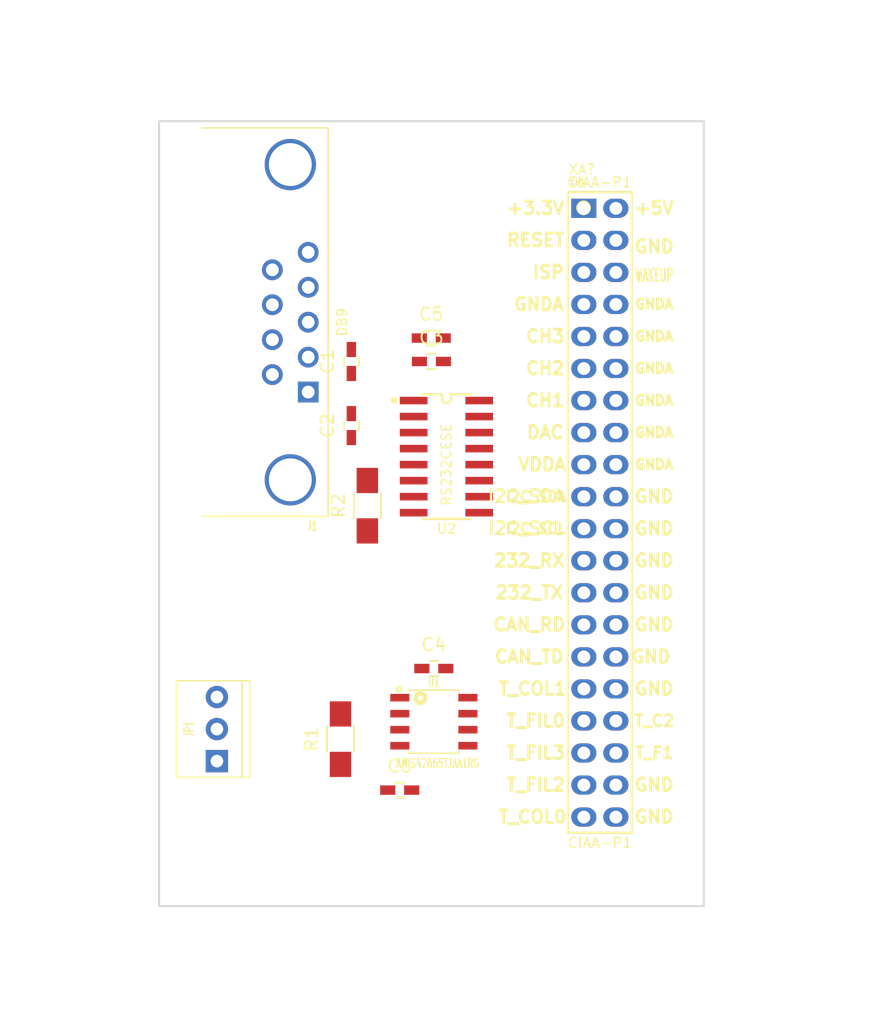
<source format=kicad_pcb>
(kicad_pcb (version 4) (host pcbnew 4.0.4-stable)

  (general
    (links 46)
    (no_connects 33)
    (area 83.744999 54.534999 127.075001 116.915001)
    (thickness 1.6)
    (drawings 4)
    (tracks 0)
    (zones 0)
    (modules 14)
    (nets 47)
  )

  (page A4)
  (layers
    (0 TOP signal)
    (1 GND power)
    (2 POWER power)
    (31 BOT mixed)
    (33 F.Adhes user hide)
    (35 F.Paste user hide)
    (37 F.SilkS user)
    (39 F.Mask user hide)
    (40 Dwgs.User user)
    (41 Cmts.User user hide)
    (42 Eco1.User user hide)
    (43 Eco2.User user hide)
    (44 Edge.Cuts user)
    (45 Margin user hide)
    (47 F.CrtYd user hide)
    (49 F.Fab user hide)
  )

  (setup
    (last_trace_width 0.25)
    (user_trace_width 0.3)
    (trace_clearance 0.3)
    (zone_clearance 0.508)
    (zone_45_only no)
    (trace_min 0.2)
    (segment_width 0.2)
    (edge_width 0.15)
    (via_size 0.6)
    (via_drill 0.4)
    (via_min_size 0.4)
    (via_min_drill 0.3)
    (user_via 1.27 0.7)
    (uvia_size 0.3)
    (uvia_drill 0.1)
    (uvias_allowed no)
    (uvia_min_size 0.2)
    (uvia_min_drill 0.1)
    (pcb_text_width 0.3)
    (pcb_text_size 1.5 1.5)
    (mod_edge_width 0.15)
    (mod_text_size 1 1)
    (mod_text_width 0.15)
    (pad_size 1.524 1.524)
    (pad_drill 0.762)
    (pad_to_mask_clearance 0.2)
    (aux_axis_origin 0 0)
    (visible_elements FFFFFF7F)
    (pcbplotparams
      (layerselection 0x00030_80000001)
      (usegerberextensions false)
      (excludeedgelayer true)
      (linewidth 0.100000)
      (plotframeref false)
      (viasonmask false)
      (mode 1)
      (useauxorigin false)
      (hpglpennumber 1)
      (hpglpenspeed 20)
      (hpglpendiameter 15)
      (hpglpenoverlay 2)
      (psnegative false)
      (psa4output false)
      (plotreference true)
      (plotvalue true)
      (plotinvisibletext false)
      (padsonsilk false)
      (subtractmaskfromsilk false)
      (outputformat 1)
      (mirror false)
      (drillshape 1)
      (scaleselection 1)
      (outputdirectory ""))
  )

  (net 0 "")
  (net 1 GND)
  (net 2 +5V)
  (net 3 +3V3)
  (net 4 "Net-(C3-Pad1)")
  (net 5 "Net-(C3-Pad2)")
  (net 6 "Net-(C4-Pad1)")
  (net 7 "Net-(C4-Pad2)")
  (net 8 "Net-(C5-Pad2)")
  (net 9 "Net-(C6-Pad2)")
  (net 10 "Net-(J1-Pad1)")
  (net 11 /RS232/EduTX)
  (net 12 /RS232/EduRX)
  (net 13 "Net-(J1-Pad4)")
  (net 14 "Net-(J1-Pad6)")
  (net 15 /RS232/EduCTS)
  (net 16 /RS232/EduRTS)
  (net 17 "Net-(J1-Pad9)")
  (net 18 /CONECTORyCAN/CAN_P)
  (net 19 /CONECTORyCAN/CAN_N)
  (net 20 "Net-(R1-Pad2)")
  (net 21 /CON4)
  (net 22 /CON2)
  (net 23 /CON1)
  (net 24 /CON3)
  (net 25 "Net-(XA1-Pad11)")
  (net 26 "Net-(XA1-Pad13)")
  (net 27 "Net-(XA1-Pad6)")
  (net 28 "Net-(XA1-Pad15)")
  (net 29 "Net-(XA1-Pad8)")
  (net 30 "Net-(XA1-Pad17)")
  (net 31 "Net-(XA1-Pad10)")
  (net 32 "Net-(XA1-Pad19)")
  (net 33 "Net-(XA1-Pad12)")
  (net 34 "Net-(XA1-Pad21)")
  (net 35 "Net-(XA1-Pad14)")
  (net 36 "Net-(XA1-Pad16)")
  (net 37 "Net-(XA1-Pad18)")
  (net 38 "Net-(XA1-Pad31)")
  (net 39 "Net-(XA1-Pad33)")
  (net 40 "Net-(XA1-Pad34)")
  (net 41 "Net-(XA1-Pad36)")
  (net 42 "Net-(XA1-Pad3)")
  (net 43 "Net-(XA1-Pad5)")
  (net 44 "Net-(XA1-Pad7)")
  (net 45 "Net-(XA1-Pad9)")
  (net 46 "Net-(XA1-Pad39)")

  (net_class Default "Esta es la clase de red por defecto."
    (clearance 0.3)
    (trace_width 0.25)
    (via_dia 0.6)
    (via_drill 0.4)
    (uvia_dia 0.3)
    (uvia_drill 0.1)
    (add_net +3V3)
    (add_net +5V)
    (add_net /CON1)
    (add_net /CON2)
    (add_net /CON3)
    (add_net /CON4)
    (add_net /CONECTORyCAN/CAN_N)
    (add_net /CONECTORyCAN/CAN_P)
    (add_net /RS232/EduCTS)
    (add_net /RS232/EduRTS)
    (add_net /RS232/EduRX)
    (add_net /RS232/EduTX)
    (add_net GND)
    (add_net "Net-(C3-Pad1)")
    (add_net "Net-(C3-Pad2)")
    (add_net "Net-(C4-Pad1)")
    (add_net "Net-(C4-Pad2)")
    (add_net "Net-(C5-Pad2)")
    (add_net "Net-(C6-Pad2)")
    (add_net "Net-(J1-Pad1)")
    (add_net "Net-(J1-Pad4)")
    (add_net "Net-(J1-Pad6)")
    (add_net "Net-(J1-Pad9)")
    (add_net "Net-(R1-Pad2)")
    (add_net "Net-(XA1-Pad10)")
    (add_net "Net-(XA1-Pad11)")
    (add_net "Net-(XA1-Pad12)")
    (add_net "Net-(XA1-Pad13)")
    (add_net "Net-(XA1-Pad14)")
    (add_net "Net-(XA1-Pad15)")
    (add_net "Net-(XA1-Pad16)")
    (add_net "Net-(XA1-Pad17)")
    (add_net "Net-(XA1-Pad18)")
    (add_net "Net-(XA1-Pad19)")
    (add_net "Net-(XA1-Pad21)")
    (add_net "Net-(XA1-Pad3)")
    (add_net "Net-(XA1-Pad31)")
    (add_net "Net-(XA1-Pad33)")
    (add_net "Net-(XA1-Pad34)")
    (add_net "Net-(XA1-Pad36)")
    (add_net "Net-(XA1-Pad39)")
    (add_net "Net-(XA1-Pad5)")
    (add_net "Net-(XA1-Pad6)")
    (add_net "Net-(XA1-Pad7)")
    (add_net "Net-(XA1-Pad8)")
    (add_net "Net-(XA1-Pad9)")
  )

  (module ej2:C_0603_HandSoldering (layer TOP) (tedit 541A9B4D) (tstamp 592702C1)
    (at 99.06 73.66 90)
    (descr "Capacitor SMD 0603, hand soldering")
    (tags "capacitor 0603")
    (path /59257C7A/592599CB)
    (attr smd)
    (fp_text reference C1 (at 0 -1.9 90) (layer F.SilkS)
      (effects (font (size 1 1) (thickness 0.15)))
    )
    (fp_text value 100nF (at 0 1.9 90) (layer F.Fab)
      (effects (font (size 1 1) (thickness 0.15)))
    )
    (fp_line (start -1.85 -0.75) (end 1.85 -0.75) (layer F.CrtYd) (width 0.05))
    (fp_line (start -1.85 0.75) (end 1.85 0.75) (layer F.CrtYd) (width 0.05))
    (fp_line (start -1.85 -0.75) (end -1.85 0.75) (layer F.CrtYd) (width 0.05))
    (fp_line (start 1.85 -0.75) (end 1.85 0.75) (layer F.CrtYd) (width 0.05))
    (fp_line (start -0.35 -0.6) (end 0.35 -0.6) (layer F.SilkS) (width 0.15))
    (fp_line (start 0.35 0.6) (end -0.35 0.6) (layer F.SilkS) (width 0.15))
    (pad 1 smd rect (at -0.95 0 90) (size 1.2 0.75) (layers TOP F.Paste F.Mask)
      (net 1 GND))
    (pad 2 smd rect (at 0.95 0 90) (size 1.2 0.75) (layers TOP F.Paste F.Mask)
      (net 2 +5V))
    (model Capacitors_SMD.3dshapes/C_0603_HandSoldering.wrl
      (at (xyz 0 0 0))
      (scale (xyz 1 1 1))
      (rotate (xyz 0 0 0))
    )
  )

  (module ej2:C_0603_HandSoldering (layer TOP) (tedit 541A9B4D) (tstamp 592702C7)
    (at 99.06 78.74 90)
    (descr "Capacitor SMD 0603, hand soldering")
    (tags "capacitor 0603")
    (path /59257C7F/59257F3F)
    (attr smd)
    (fp_text reference C2 (at 0 -1.9 90) (layer F.SilkS)
      (effects (font (size 1 1) (thickness 0.15)))
    )
    (fp_text value 100nF (at 0 1.9 90) (layer F.Fab)
      (effects (font (size 1 1) (thickness 0.15)))
    )
    (fp_line (start -1.85 -0.75) (end 1.85 -0.75) (layer F.CrtYd) (width 0.05))
    (fp_line (start -1.85 0.75) (end 1.85 0.75) (layer F.CrtYd) (width 0.05))
    (fp_line (start -1.85 -0.75) (end -1.85 0.75) (layer F.CrtYd) (width 0.05))
    (fp_line (start 1.85 -0.75) (end 1.85 0.75) (layer F.CrtYd) (width 0.05))
    (fp_line (start -0.35 -0.6) (end 0.35 -0.6) (layer F.SilkS) (width 0.15))
    (fp_line (start 0.35 0.6) (end -0.35 0.6) (layer F.SilkS) (width 0.15))
    (pad 1 smd rect (at -0.95 0 90) (size 1.2 0.75) (layers TOP F.Paste F.Mask)
      (net 3 +3V3))
    (pad 2 smd rect (at 0.95 0 90) (size 1.2 0.75) (layers TOP F.Paste F.Mask)
      (net 1 GND))
    (model Capacitors_SMD.3dshapes/C_0603_HandSoldering.wrl
      (at (xyz 0 0 0))
      (scale (xyz 1 1 1))
      (rotate (xyz 0 0 0))
    )
  )

  (module ej2:C_0603_HandSoldering (layer TOP) (tedit 592E4DD7) (tstamp 592702CD)
    (at 105.41 73.66)
    (descr "Capacitor SMD 0603, hand soldering")
    (tags "capacitor 0603")
    (path /59257C7F/59257F67)
    (attr smd)
    (fp_text reference C3 (at 0 -1.9) (layer F.SilkS)
      (effects (font (size 1 1) (thickness 0.15)))
    )
    (fp_text value 100nF (at 4.89 3.52) (layer F.Fab)
      (effects (font (size 1 1) (thickness 0.15)))
    )
    (fp_line (start -1.85 -0.75) (end 1.85 -0.75) (layer F.CrtYd) (width 0.05))
    (fp_line (start -1.85 0.75) (end 1.85 0.75) (layer F.CrtYd) (width 0.05))
    (fp_line (start -1.85 -0.75) (end -1.85 0.75) (layer F.CrtYd) (width 0.05))
    (fp_line (start 1.85 -0.75) (end 1.85 0.75) (layer F.CrtYd) (width 0.05))
    (fp_line (start -0.35 -0.6) (end 0.35 -0.6) (layer F.SilkS) (width 0.15))
    (fp_line (start 0.35 0.6) (end -0.35 0.6) (layer F.SilkS) (width 0.15))
    (pad 1 smd rect (at -0.95 0) (size 1.2 0.75) (layers TOP F.Paste F.Mask)
      (net 4 "Net-(C3-Pad1)"))
    (pad 2 smd rect (at 0.95 0) (size 1.2 0.75) (layers TOP F.Paste F.Mask)
      (net 5 "Net-(C3-Pad2)"))
    (model Capacitors_SMD.3dshapes/C_0603_HandSoldering.wrl
      (at (xyz 0 0 0))
      (scale (xyz 1 1 1))
      (rotate (xyz 0 0 0))
    )
  )

  (module ej2:C_0603_HandSoldering (layer TOP) (tedit 541A9B4D) (tstamp 592702D3)
    (at 105.6 98)
    (descr "Capacitor SMD 0603, hand soldering")
    (tags "capacitor 0603")
    (path /59257C7F/59257F10)
    (attr smd)
    (fp_text reference C4 (at 0 -1.9) (layer F.SilkS)
      (effects (font (size 1 1) (thickness 0.15)))
    )
    (fp_text value 100nF (at 0 1.9) (layer F.Fab)
      (effects (font (size 1 1) (thickness 0.15)))
    )
    (fp_line (start -1.85 -0.75) (end 1.85 -0.75) (layer F.CrtYd) (width 0.05))
    (fp_line (start -1.85 0.75) (end 1.85 0.75) (layer F.CrtYd) (width 0.05))
    (fp_line (start -1.85 -0.75) (end -1.85 0.75) (layer F.CrtYd) (width 0.05))
    (fp_line (start 1.85 -0.75) (end 1.85 0.75) (layer F.CrtYd) (width 0.05))
    (fp_line (start -0.35 -0.6) (end 0.35 -0.6) (layer F.SilkS) (width 0.15))
    (fp_line (start 0.35 0.6) (end -0.35 0.6) (layer F.SilkS) (width 0.15))
    (pad 1 smd rect (at -0.95 0) (size 1.2 0.75) (layers TOP F.Paste F.Mask)
      (net 6 "Net-(C4-Pad1)"))
    (pad 2 smd rect (at 0.95 0) (size 1.2 0.75) (layers TOP F.Paste F.Mask)
      (net 7 "Net-(C4-Pad2)"))
    (model Capacitors_SMD.3dshapes/C_0603_HandSoldering.wrl
      (at (xyz 0 0 0))
      (scale (xyz 1 1 1))
      (rotate (xyz 0 0 0))
    )
  )

  (module ej2:C_0603_HandSoldering (layer TOP) (tedit 592E4DDD) (tstamp 592702D9)
    (at 105.4 71.8)
    (descr "Capacitor SMD 0603, hand soldering")
    (tags "capacitor 0603")
    (path /59257C7F/59257F91)
    (attr smd)
    (fp_text reference C5 (at 0 -1.9) (layer F.SilkS)
      (effects (font (size 1 1) (thickness 0.15)))
    )
    (fp_text value 100nF (at 5.09 0.59) (layer F.Fab)
      (effects (font (size 1 1) (thickness 0.15)))
    )
    (fp_line (start -1.85 -0.75) (end 1.85 -0.75) (layer F.CrtYd) (width 0.05))
    (fp_line (start -1.85 0.75) (end 1.85 0.75) (layer F.CrtYd) (width 0.05))
    (fp_line (start -1.85 -0.75) (end -1.85 0.75) (layer F.CrtYd) (width 0.05))
    (fp_line (start 1.85 -0.75) (end 1.85 0.75) (layer F.CrtYd) (width 0.05))
    (fp_line (start -0.35 -0.6) (end 0.35 -0.6) (layer F.SilkS) (width 0.15))
    (fp_line (start 0.35 0.6) (end -0.35 0.6) (layer F.SilkS) (width 0.15))
    (pad 1 smd rect (at -0.95 0) (size 1.2 0.75) (layers TOP F.Paste F.Mask)
      (net 1 GND))
    (pad 2 smd rect (at 0.95 0) (size 1.2 0.75) (layers TOP F.Paste F.Mask)
      (net 8 "Net-(C5-Pad2)"))
    (model Capacitors_SMD.3dshapes/C_0603_HandSoldering.wrl
      (at (xyz 0 0 0))
      (scale (xyz 1 1 1))
      (rotate (xyz 0 0 0))
    )
  )

  (module ej2:C_0603_HandSoldering (layer TOP) (tedit 541A9B4D) (tstamp 592702DF)
    (at 102.89286 107.63758)
    (descr "Capacitor SMD 0603, hand soldering")
    (tags "capacitor 0603")
    (path /59257C7F/59257EC8)
    (attr smd)
    (fp_text reference C6 (at 0 -1.9) (layer F.SilkS)
      (effects (font (size 1 1) (thickness 0.15)))
    )
    (fp_text value 100nF (at 0 1.9) (layer F.Fab)
      (effects (font (size 1 1) (thickness 0.15)))
    )
    (fp_line (start -1.85 -0.75) (end 1.85 -0.75) (layer F.CrtYd) (width 0.05))
    (fp_line (start -1.85 0.75) (end 1.85 0.75) (layer F.CrtYd) (width 0.05))
    (fp_line (start -1.85 -0.75) (end -1.85 0.75) (layer F.CrtYd) (width 0.05))
    (fp_line (start 1.85 -0.75) (end 1.85 0.75) (layer F.CrtYd) (width 0.05))
    (fp_line (start -0.35 -0.6) (end 0.35 -0.6) (layer F.SilkS) (width 0.15))
    (fp_line (start 0.35 0.6) (end -0.35 0.6) (layer F.SilkS) (width 0.15))
    (pad 1 smd rect (at -0.95 0) (size 1.2 0.75) (layers TOP F.Paste F.Mask)
      (net 1 GND))
    (pad 2 smd rect (at 0.95 0) (size 1.2 0.75) (layers TOP F.Paste F.Mask)
      (net 9 "Net-(C6-Pad2)"))
    (model Capacitors_SMD.3dshapes/C_0603_HandSoldering.wrl
      (at (xyz 0 0 0))
      (scale (xyz 1 1 1))
      (rotate (xyz 0 0 0))
    )
  )

  (module ej2:DB9_F_TH (layer TOP) (tedit 565607B0) (tstamp 592702EE)
    (at 94.21876 70.54342 90)
    (path /59257C7F/59258388)
    (fp_text reference J1 (at -16.165 1.735 180) (layer F.SilkS)
      (effects (font (size 0.7112 0.4572) (thickness 0.1143)))
    )
    (fp_text value DB9 (at 0 4.1 90) (layer F.SilkS)
      (effects (font (size 0.762 0.762) (thickness 0.127)))
    )
    (fp_line (start 15.4 3) (end 15.4 -7) (layer F.SilkS) (width 0.127))
    (fp_line (start 15.4 -9.5) (end 15.4 -7) (layer Dwgs.User) (width 0.127))
    (fp_line (start -15.4 3) (end -15.4 -7) (layer F.SilkS) (width 0.127))
    (fp_line (start -15.4 -9.5) (end -15.4 -7) (layer Dwgs.User) (width 0.127))
    (fp_line (start -15.4 -9.1) (end 15.4 -9.1) (layer Dwgs.User) (width 0.127))
    (fp_arc (start -14.2 -14.3) (end -14.2 -14.5) (angle 90) (layer Dwgs.User) (width 0.127))
    (fp_arc (start -13.8 -14.3) (end -14 -14.3) (angle 90) (layer Dwgs.User) (width 0.127))
    (fp_arc (start -10.8 -14.3) (end -11 -14.3) (angle 90) (layer Dwgs.User) (width 0.127))
    (fp_arc (start -11.2 -14.3) (end -11.2 -14.5) (angle 90) (layer Dwgs.User) (width 0.127))
    (fp_arc (start 11.2 -14.3) (end 11 -14.3) (angle 90) (layer Dwgs.User) (width 0.127))
    (fp_arc (start 10.8 -14.3) (end 10.8 -14.5) (angle 90) (layer Dwgs.User) (width 0.127))
    (fp_arc (start 14.2 -14.3) (end 14 -14.3) (angle 90) (layer Dwgs.User) (width 0.127))
    (fp_arc (start 13.8 -14.3) (end 13.8 -14.5) (angle 90) (layer Dwgs.User) (width 0.127))
    (fp_line (start 10 -14.1) (end 10 -9.5) (layer Dwgs.User) (width 0.127))
    (fp_line (start 15 -14.1) (end 15 -9.5) (layer Dwgs.User) (width 0.127))
    (fp_line (start 10.4 -14.5) (end 14.6 -14.5) (layer Dwgs.User) (width 0.127))
    (fp_line (start -15 -14.1) (end -15 -9.5) (layer Dwgs.User) (width 0.127))
    (fp_line (start -10 -14.1) (end -10 -9.5) (layer Dwgs.User) (width 0.127))
    (fp_line (start -14.6 -14.5) (end -10.4 -14.5) (layer Dwgs.User) (width 0.127))
    (fp_arc (start -14.6 -14.1) (end -15 -14.1) (angle 90) (layer Dwgs.User) (width 0.127))
    (fp_arc (start -10.4 -14.1) (end -10.4 -14.5) (angle 90) (layer Dwgs.User) (width 0.127))
    (fp_arc (start 10.4 -14.1) (end 10 -14.1) (angle 90) (layer Dwgs.User) (width 0.127))
    (fp_arc (start 14.6 -14.1) (end 14.6 -14.5) (angle 90) (layer Dwgs.User) (width 0.127))
    (fp_line (start 14 -14.5) (end 14 -9.5) (layer Dwgs.User) (width 0.127))
    (fp_line (start 11 -14.5) (end 11 -9.5) (layer Dwgs.User) (width 0.127))
    (fp_line (start -11 -14.5) (end -11 -9.5) (layer Dwgs.User) (width 0.127))
    (fp_line (start -14 -14.5) (end -14 -9.5) (layer Dwgs.User) (width 0.127))
    (fp_line (start 7.8 -15.3) (end -7.8 -15.3) (layer Dwgs.User) (width 0.127))
    (fp_line (start 8.2 -14.9) (end 8.2 -9.5) (layer Dwgs.User) (width 0.127))
    (fp_line (start -8.2 -14.9) (end -8.2 -9.5) (layer Dwgs.User) (width 0.127))
    (fp_arc (start -7.8 -14.9) (end -8.2 -14.9) (angle 90) (layer Dwgs.User) (width 0.127))
    (fp_arc (start 7.8 -14.9) (end 7.8 -15.3) (angle 90) (layer Dwgs.User) (width 0.127))
    (fp_line (start 15.4 3) (end -15.4 3) (layer F.SilkS) (width 0.127))
    (fp_line (start -15.4 -9.5) (end 15.4 -9.5) (layer Dwgs.User) (width 0.127))
    (pad 1 thru_hole rect (at -5.5372 1.4224 90) (size 1.651 1.651) (drill 1.016) (layers *.Cu *.Mask)
      (net 10 "Net-(J1-Pad1)"))
    (pad 2 thru_hole circle (at -2.7686 1.4224 90) (size 1.651 1.651) (drill 1.016) (layers *.Cu *.Mask)
      (net 11 /RS232/EduTX))
    (pad 3 thru_hole circle (at 0 1.4224 90) (size 1.651 1.651) (drill 1.016) (layers *.Cu *.Mask)
      (net 12 /RS232/EduRX))
    (pad 4 thru_hole circle (at 2.7686 1.4224 90) (size 1.651 1.651) (drill 1.016) (layers *.Cu *.Mask)
      (net 13 "Net-(J1-Pad4)"))
    (pad 5 thru_hole circle (at 5.5372 1.4224 90) (size 1.651 1.651) (drill 1.016) (layers *.Cu *.Mask)
      (net 1 GND))
    (pad 6 thru_hole circle (at -4.1529 -1.4224 90) (size 1.651 1.651) (drill 1.016) (layers *.Cu *.Mask)
      (net 14 "Net-(J1-Pad6)"))
    (pad 7 thru_hole circle (at -1.3843 -1.4224 90) (size 1.651 1.651) (drill 1.016) (layers *.Cu *.Mask)
      (net 15 /RS232/EduCTS))
    (pad 8 thru_hole circle (at 1.3843 -1.4224 90) (size 1.651 1.651) (drill 1.016) (layers *.Cu *.Mask)
      (net 16 /RS232/EduRTS))
    (pad 9 thru_hole circle (at 4.1529 -1.4224 90) (size 1.651 1.651) (drill 1.016) (layers *.Cu *.Mask)
      (net 17 "Net-(J1-Pad9)"))
    (pad 10 thru_hole circle (at -12.4968 0 90) (size 4.064 4.064) (drill 3.4) (layers *.Cu *.Mask))
    (pad 11 thru_hole circle (at 12.4968 0 90) (size 4.064 4.064) (drill 3.4) (layers *.Cu *.Mask))
    (model ${KIPRJMOD}/ej2.3dshapes/db_9f.wrl
      (at (xyz 0 0.31 0))
      (scale (xyz 1 1.1 1))
      (rotate (xyz 0 0 180))
    )
  )

  (module ej2:CON_PALETA_3 (layer TOP) (tedit 592E396D) (tstamp 592702F5)
    (at 88.4 102.8 90)
    (path /59257C7A/592597C3)
    (fp_text reference JP1 (at 0 -2.2 90) (layer F.SilkS)
      (effects (font (size 0.762 0.4572) (thickness 0.127)))
    )
    (fp_text value CAN (at 0 3.3 90) (layer F.Fab)
      (effects (font (size 0.762 0.4572) (thickness 0.127)))
    )
    (fp_line (start 3.83 -3.2) (end 3.83 2.6) (layer F.SilkS) (width 0.127))
    (fp_line (start -3.83 -3.2) (end 3.83 -3.2) (layer F.SilkS) (width 0.127))
    (fp_line (start -3.83 2.6) (end -3.83 -3.2) (layer F.SilkS) (width 0.127))
    (fp_line (start 3.83 2.6) (end -3.83 2.6) (layer F.SilkS) (width 0.127))
    (fp_line (start 3.83 2) (end -3.83 2) (layer F.SilkS) (width 0.127))
    (pad 1 thru_hole rect (at -2.54 0 90) (size 1.778 1.778) (drill 1) (layers *.Cu *.Mask)
      (net 18 /CONECTORyCAN/CAN_P))
    (pad 2 thru_hole circle (at 0 0 90) (size 1.778 1.778) (drill 1) (layers *.Cu *.Mask)
      (net 19 /CONECTORyCAN/CAN_N))
    (pad 3 thru_hole circle (at 2.54 0 90) (size 1.778 1.778) (drill 1) (layers *.Cu *.Mask)
      (net 1 GND))
    (model ${KIPRJMOD}/ej2.3dshapes/CON_PALETA_3.wrl
      (at (xyz 0 0.012 0))
      (scale (xyz 0.395 0.395 0.395))
      (rotate (xyz 0 0 180))
    )
  )

  (module ej2:R_1206_HandSoldering (layer TOP) (tedit 5418A20D) (tstamp 592702FB)
    (at 98.2 103.6 90)
    (descr "Resistor SMD 1206, hand soldering")
    (tags "resistor 1206")
    (path /59257C7A/59259E8C)
    (attr smd)
    (fp_text reference R1 (at 0 -2.3 90) (layer F.SilkS)
      (effects (font (size 1 1) (thickness 0.15)))
    )
    (fp_text value 60 (at 0 2.3 90) (layer F.Fab)
      (effects (font (size 1 1) (thickness 0.15)))
    )
    (fp_line (start -3.3 -1.2) (end 3.3 -1.2) (layer F.CrtYd) (width 0.05))
    (fp_line (start -3.3 1.2) (end 3.3 1.2) (layer F.CrtYd) (width 0.05))
    (fp_line (start -3.3 -1.2) (end -3.3 1.2) (layer F.CrtYd) (width 0.05))
    (fp_line (start 3.3 -1.2) (end 3.3 1.2) (layer F.CrtYd) (width 0.05))
    (fp_line (start 1 1.075) (end -1 1.075) (layer F.SilkS) (width 0.15))
    (fp_line (start -1 -1.075) (end 1 -1.075) (layer F.SilkS) (width 0.15))
    (pad 1 smd rect (at -2 0 90) (size 2 1.7) (layers TOP F.Paste F.Mask)
      (net 18 /CONECTORyCAN/CAN_P))
    (pad 2 smd rect (at 2 0 90) (size 2 1.7) (layers TOP F.Paste F.Mask)
      (net 20 "Net-(R1-Pad2)"))
    (model Resistors_SMD.3dshapes/R_1206_HandSoldering.wrl
      (at (xyz 0 0 0))
      (scale (xyz 1 1 1))
      (rotate (xyz 0 0 0))
    )
  )

  (module ej2:R_1206_HandSoldering (layer TOP) (tedit 5418A20D) (tstamp 59270301)
    (at 100.33 85.09 90)
    (descr "Resistor SMD 1206, hand soldering")
    (tags "resistor 1206")
    (path /59257C7A/59259EC8)
    (attr smd)
    (fp_text reference R2 (at 0 -2.3 90) (layer F.SilkS)
      (effects (font (size 1 1) (thickness 0.15)))
    )
    (fp_text value 60 (at 0 2.3 90) (layer F.Fab)
      (effects (font (size 1 1) (thickness 0.15)))
    )
    (fp_line (start -3.3 -1.2) (end 3.3 -1.2) (layer F.CrtYd) (width 0.05))
    (fp_line (start -3.3 1.2) (end 3.3 1.2) (layer F.CrtYd) (width 0.05))
    (fp_line (start -3.3 -1.2) (end -3.3 1.2) (layer F.CrtYd) (width 0.05))
    (fp_line (start 3.3 -1.2) (end 3.3 1.2) (layer F.CrtYd) (width 0.05))
    (fp_line (start 1 1.075) (end -1 1.075) (layer F.SilkS) (width 0.15))
    (fp_line (start -1 -1.075) (end 1 -1.075) (layer F.SilkS) (width 0.15))
    (pad 1 smd rect (at -2 0 90) (size 2 1.7) (layers TOP F.Paste F.Mask)
      (net 20 "Net-(R1-Pad2)"))
    (pad 2 smd rect (at 2 0 90) (size 2 1.7) (layers TOP F.Paste F.Mask)
      (net 19 /CONECTORyCAN/CAN_N))
    (model Resistors_SMD.3dshapes/R_1206_HandSoldering.wrl
      (at (xyz 0 0 0))
      (scale (xyz 1 1 1))
      (rotate (xyz 0 0 0))
    )
  )

  (module ej2:SOIC-8 (layer TOP) (tedit 53B412FC) (tstamp 5927030D)
    (at 105.60304 102.21468)
    (descr SO-8)
    (path /59257C7A/5925976F)
    (fp_text reference U1 (at 0 -3.1) (layer F.SilkS)
      (effects (font (size 0.7112 0.4572) (thickness 0.1143)))
    )
    (fp_text value AMIS42665TJAA1RG (at 0.3 3.3) (layer F.SilkS)
      (effects (font (size 0.7112 0.4572) (thickness 0.1143)))
    )
    (fp_line (start -2 -2.5) (end -2 -2.3) (layer F.SilkS) (width 0.127))
    (fp_line (start -2 2.5) (end -2 2.3) (layer F.SilkS) (width 0.127))
    (fp_line (start 2 2.5) (end 2 2.3) (layer F.SilkS) (width 0.127))
    (fp_line (start 2 -2.5) (end 2 -2.3) (layer F.SilkS) (width 0.127))
    (fp_circle (center -2.7746 -2.5764) (end -2.8 -2.5) (layer F.SilkS) (width 0.2032))
    (fp_line (start 2 -2.5) (end -2 -2.5) (layer F.SilkS) (width 0.127))
    (fp_line (start -2 2.5) (end 2 2.5) (layer F.SilkS) (width 0.127))
    (fp_circle (center -1.0746 -1.8764) (end -1.1 -1.7) (layer F.SilkS) (width 0.4))
    (pad 1 smd rect (at -2.7 -1.905 270) (size 0.6 1.52) (layers TOP F.Paste F.Mask)
      (net 1 GND))
    (pad 2 smd rect (at -2.7 -0.635 270) (size 0.6 1.52) (layers TOP F.Paste F.Mask)
      (net 1 GND))
    (pad 3 smd rect (at -2.7 0.635 270) (size 0.6 1.52) (layers TOP F.Paste F.Mask)
      (net 2 +5V))
    (pad 4 smd rect (at -2.7 1.905 270) (size 0.6 1.52) (layers TOP F.Paste F.Mask)
      (net 1 GND))
    (pad 5 smd rect (at 2.7 1.905 270) (size 0.6 1.52) (layers TOP F.Paste F.Mask)
      (net 20 "Net-(R1-Pad2)"))
    (pad 6 smd rect (at 2.7 0.635 270) (size 0.6 1.52) (layers TOP F.Paste F.Mask)
      (net 19 /CONECTORyCAN/CAN_N))
    (pad 7 smd rect (at 2.7 -0.635 270) (size 0.6 1.52) (layers TOP F.Paste F.Mask)
      (net 18 /CONECTORyCAN/CAN_P))
    (pad 8 smd rect (at 2.7 -1.905 270) (size 0.6 1.52) (layers TOP F.Paste F.Mask)
      (net 1 GND))
    (model ${KIPRJMOD}/ej2.3dshapes/so-8.wrl
      (at (xyz 0 0 0))
      (scale (xyz 1 1 1))
      (rotate (xyz 0 0 90))
    )
  )

  (module ej2:SP3232ECN-SOIC16N (layer TOP) (tedit 5656340C) (tstamp 59270321)
    (at 106.6 81.2 270)
    (descr "SMALL OUTLINE INTEGRATED CIRCUIT")
    (tags "SMALL OUTLINE INTEGRATED CIRCUIT")
    (path /59257C7F/59257D7A)
    (attr smd)
    (fp_text reference U2 (at 5.715 0 360) (layer F.SilkS)
      (effects (font (size 0.762 0.762) (thickness 0.1143)))
    )
    (fp_text value RS232CESE (at 0.635 0 270) (layer F.SilkS)
      (effects (font (size 0.762 0.762) (thickness 0.1143)))
    )
    (fp_line (start -4.6 0.35) (end -4.9 0.35) (layer F.SilkS) (width 0.2032))
    (fp_line (start -4.6 -0.35) (end -4.9 -0.35) (layer F.SilkS) (width 0.2032))
    (fp_arc (start -4.6 0) (end -4.6 -0.35) (angle 180) (layer F.SilkS) (width 0.2032))
    (fp_circle (center -4.45 4.15) (end -4.35 4.05) (layer F.SilkS) (width 0.254))
    (fp_line (start -4.93776 1.89992) (end -4.93776 0.35) (layer F.SilkS) (width 0.2032))
    (fp_line (start -4.93776 -0.35) (end -4.93776 -1.89992) (layer F.SilkS) (width 0.2032))
    (fp_line (start 4.93776 -1.89992) (end 4.93776 1.39954) (layer F.SilkS) (width 0.2032))
    (fp_line (start 4.93776 1.39954) (end 4.93776 1.89992) (layer F.SilkS) (width 0.2032))
    (pad 1 smd rect (at -4.445 2.59842 270) (size 0.59944 2.19964) (layers TOP F.Paste F.Mask)
      (net 4 "Net-(C3-Pad1)"))
    (pad 2 smd rect (at -3.175 2.59842 270) (size 0.59944 2.19964) (layers TOP F.Paste F.Mask)
      (net 9 "Net-(C6-Pad2)"))
    (pad 3 smd rect (at -1.905 2.59842 270) (size 0.59944 2.19964) (layers TOP F.Paste F.Mask)
      (net 5 "Net-(C3-Pad2)"))
    (pad 4 smd rect (at -0.635 2.59842 270) (size 0.59944 2.19964) (layers TOP F.Paste F.Mask)
      (net 6 "Net-(C4-Pad1)"))
    (pad 5 smd rect (at 0.635 2.59842 270) (size 0.59944 2.19964) (layers TOP F.Paste F.Mask)
      (net 7 "Net-(C4-Pad2)"))
    (pad 6 smd rect (at 1.905 2.59842 270) (size 0.59944 2.19964) (layers TOP F.Paste F.Mask)
      (net 8 "Net-(C5-Pad2)"))
    (pad 7 smd rect (at 3.175 2.59842 270) (size 0.59944 2.19964) (layers TOP F.Paste F.Mask)
      (net 16 /RS232/EduRTS))
    (pad 8 smd rect (at 4.445 2.59842 270) (size 0.59944 2.19964) (layers TOP F.Paste F.Mask)
      (net 15 /RS232/EduCTS))
    (pad 9 smd rect (at 4.445 -2.59842 270) (size 0.59944 2.19964) (layers TOP F.Paste F.Mask)
      (net 21 /CON4))
    (pad 10 smd rect (at 3.175 -2.59842 270) (size 0.59944 2.19964) (layers TOP F.Paste F.Mask)
      (net 22 /CON2))
    (pad 11 smd rect (at 1.905 -2.59842 270) (size 0.59944 2.19964) (layers TOP F.Paste F.Mask)
      (net 23 /CON1))
    (pad 12 smd rect (at 0.635 -2.59842 270) (size 0.59944 2.19964) (layers TOP F.Paste F.Mask)
      (net 24 /CON3))
    (pad 13 smd rect (at -0.635 -2.59842 270) (size 0.59944 2.19964) (layers TOP F.Paste F.Mask)
      (net 12 /RS232/EduRX))
    (pad 14 smd rect (at -1.905 -2.59842 270) (size 0.59944 2.19964) (layers TOP F.Paste F.Mask)
      (net 11 /RS232/EduTX))
    (pad 15 smd rect (at -3.175 -2.59842 270) (size 0.59944 2.19964) (layers TOP F.Paste F.Mask)
      (net 1 GND))
    (pad 16 smd rect (at -4.445 -2.59842 270) (size 0.59944 2.19964) (layers TOP F.Paste F.Mask)
      (net 3 +3V3))
    (model ${KIPRJMOD}/ej2.3dshapes/so-16.wrl
      (at (xyz 0 0 0))
      (scale (xyz 1 1 1))
      (rotate (xyz 0 0 0))
    )
  )

  (module ej2:Conn_Poncho_Derecha (layer TOP) (tedit 565779F5) (tstamp 5927034D)
    (at 117.49532 61.51626)
    (tags "CONN Poncho")
    (path /59257C7A/592591B9)
    (fp_text reference XA1 (at -0.508 -2.032) (layer F.SilkS)
      (effects (font (size 0.7112 0.4572) (thickness 0.1143)))
    )
    (fp_text value Conn_Poncho2P_2x_20x2 (at -1.905 51.181) (layer F.SilkS) hide
      (effects (font (size 0.7112 0.4572) (thickness 0.1143)))
    )
    (fp_text user GND (at 5.588 48.26) (layer F.SilkS)
      (effects (font (size 1 1) (thickness 0.2)))
    )
    (fp_text user GND (at 5.588 45.72) (layer F.SilkS)
      (effects (font (size 1 1) (thickness 0.2)))
    )
    (fp_text user T_F1 (at 5.588 43.18) (layer F.SilkS)
      (effects (font (size 0.9 0.9) (thickness 0.18)))
    )
    (fp_text user T_C2 (at 5.588 40.64) (layer F.SilkS)
      (effects (font (size 0.9 0.9) (thickness 0.18)))
    )
    (fp_text user GND (at 5.588 38.1) (layer F.SilkS)
      (effects (font (size 1 1) (thickness 0.2)))
    )
    (fp_text user GND (at 5.334 35.56) (layer F.SilkS)
      (effects (font (size 1 1) (thickness 0.2)))
    )
    (fp_text user GND (at 5.588 33.02) (layer F.SilkS)
      (effects (font (size 1 1) (thickness 0.2)))
    )
    (fp_text user GND (at 5.588 30.48) (layer F.SilkS)
      (effects (font (size 1 1) (thickness 0.2)))
    )
    (fp_text user GND (at 5.588 27.94) (layer F.SilkS)
      (effects (font (size 1 1) (thickness 0.2)))
    )
    (fp_text user GND (at 5.588 25.4) (layer F.SilkS)
      (effects (font (size 1 1) (thickness 0.2)))
    )
    (fp_text user GND (at 5.588 22.86) (layer F.SilkS)
      (effects (font (size 1 1) (thickness 0.2)))
    )
    (fp_text user GNDA (at 5.588 20.32) (layer F.SilkS)
      (effects (font (size 0.76 0.76) (thickness 0.19)))
    )
    (fp_text user GNDA (at 5.588 17.78) (layer F.SilkS)
      (effects (font (size 0.76 0.76) (thickness 0.19)))
    )
    (fp_text user GNDA (at 5.588 15.24) (layer F.SilkS)
      (effects (font (size 0.76 0.76) (thickness 0.19)))
    )
    (fp_text user GNDA (at 5.588 12.7) (layer F.SilkS)
      (effects (font (size 0.76 0.76) (thickness 0.19)))
    )
    (fp_text user GNDA (at 5.588 10.16) (layer F.SilkS)
      (effects (font (size 0.76 0.76) (thickness 0.19)))
    )
    (fp_text user GNDA (at 5.588 7.62) (layer F.SilkS)
      (effects (font (size 0.76 0.76) (thickness 0.19)))
    )
    (fp_text user WAKEUP (at 5.588 5.334) (layer F.SilkS)
      (effects (font (size 1 0.5) (thickness 0.125)))
    )
    (fp_text user GND (at 5.588 3.048) (layer F.SilkS)
      (effects (font (size 1 1) (thickness 0.2)))
    )
    (fp_text user +5V (at 5.588 0) (layer F.SilkS)
      (effects (font (size 1 1) (thickness 0.2)))
    )
    (fp_text user T_COL0 (at -4.064 48.26) (layer F.SilkS)
      (effects (font (size 1 1) (thickness 0.2)))
    )
    (fp_text user T_FIL2 (at -3.81 45.72) (layer F.SilkS)
      (effects (font (size 1 1) (thickness 0.2)))
    )
    (fp_text user T_FIL3 (at -3.81 43.18) (layer F.SilkS)
      (effects (font (size 1 1) (thickness 0.2)))
    )
    (fp_text user T_FIL0 (at -3.81 40.64) (layer F.SilkS)
      (effects (font (size 1 1) (thickness 0.2)))
    )
    (fp_text user T_COL1 (at -4.064 38.1) (layer F.SilkS)
      (effects (font (size 1 1) (thickness 0.2)))
    )
    (fp_text user CAN_TD (at -4.318 35.56) (layer F.SilkS)
      (effects (font (size 1 1) (thickness 0.2)))
    )
    (fp_text user CAN_RD (at -4.318 33.02) (layer F.SilkS)
      (effects (font (size 1 1) (thickness 0.2)))
    )
    (fp_text user 232_TX (at -4.318 30.48) (layer F.SilkS)
      (effects (font (size 1 1) (thickness 0.2)))
    )
    (fp_text user 232_RX (at -4.318 27.94) (layer F.SilkS)
      (effects (font (size 1 1) (thickness 0.2)))
    )
    (fp_text user I2C_SCL (at -3.81 25.4) (layer F.SilkS)
      (effects (font (size 0.8 0.8) (thickness 0.2)))
    )
    (fp_text user I2C_SDA (at -3.81 22.86) (layer F.SilkS)
      (effects (font (size 0.8 0.8) (thickness 0.2)))
    )
    (fp_text user VDDA (at -3.302 20.32) (layer F.SilkS)
      (effects (font (size 1 1) (thickness 0.2)))
    )
    (fp_text user DAC (at -3.048 17.78) (layer F.SilkS)
      (effects (font (size 1 1) (thickness 0.2)))
    )
    (fp_text user CH1 (at -3.048 15.24) (layer F.SilkS)
      (effects (font (size 1 1) (thickness 0.2)))
    )
    (fp_text user CH2 (at -3.048 12.7) (layer F.SilkS)
      (effects (font (size 1 1) (thickness 0.2)))
    )
    (fp_text user CH3 (at -3.048 10.16) (layer F.SilkS)
      (effects (font (size 1 1) (thickness 0.2)))
    )
    (fp_text user GNDA (at -3.556 7.62) (layer F.SilkS)
      (effects (font (size 1 1) (thickness 0.2)))
    )
    (fp_text user ISP (at -2.794 5.08) (layer F.SilkS)
      (effects (font (size 1 1) (thickness 0.2)))
    )
    (fp_text user RESET (at -3.81 2.54) (layer F.SilkS)
      (effects (font (size 1 1) (thickness 0.2)))
    )
    (fp_text user CIAA-P1 (at 1.27 50.292) (layer F.SilkS)
      (effects (font (size 0.8 0.8) (thickness 0.12)))
    )
    (fp_text user +3.3V (at -3.81 0) (layer F.SilkS)
      (effects (font (size 1 1) (thickness 0.2)))
    )
    (fp_line (start -1.27 49.53) (end -1.27 -1.27) (layer F.SilkS) (width 0.15))
    (fp_line (start 3.81 49.53) (end 3.81 -1.27) (layer F.SilkS) (width 0.15))
    (fp_line (start 3.81 49.53) (end -1.27 49.53) (layer F.SilkS) (width 0.15))
    (fp_line (start 3.81 -1.27) (end -1.27 -1.27) (layer F.SilkS) (width 0.15))
    (pad 1 thru_hole rect (at 0 0 270) (size 1.524 2) (drill 1.016) (layers *.Cu *.Mask)
      (net 3 +3V3))
    (pad 2 thru_hole oval (at 2.54 0 270) (size 1.524 2) (drill 1.016) (layers *.Cu *.Mask)
      (net 2 +5V))
    (pad 11 thru_hole oval (at 0 12.7 270) (size 1.524 2) (drill 1.016) (layers *.Cu *.Mask)
      (net 25 "Net-(XA1-Pad11)"))
    (pad 4 thru_hole oval (at 2.54 2.54 270) (size 1.524 2) (drill 1.016) (layers *.Cu *.Mask)
      (net 1 GND))
    (pad 13 thru_hole oval (at 0 15.24 270) (size 1.524 2) (drill 1.016) (layers *.Cu *.Mask)
      (net 26 "Net-(XA1-Pad13)"))
    (pad 6 thru_hole oval (at 2.54 5.08 270) (size 1.524 2) (drill 1.016) (layers *.Cu *.Mask)
      (net 27 "Net-(XA1-Pad6)"))
    (pad 15 thru_hole oval (at 0 17.78 270) (size 1.524 2) (drill 1.016) (layers *.Cu *.Mask)
      (net 28 "Net-(XA1-Pad15)"))
    (pad 8 thru_hole oval (at 2.54 7.62 270) (size 1.524 2) (drill 1.016) (layers *.Cu *.Mask)
      (net 29 "Net-(XA1-Pad8)"))
    (pad 17 thru_hole oval (at 0 20.32 270) (size 1.524 2) (drill 1.016) (layers *.Cu *.Mask)
      (net 30 "Net-(XA1-Pad17)"))
    (pad 10 thru_hole oval (at 2.54 10.16 270) (size 1.524 2) (drill 1.016) (layers *.Cu *.Mask)
      (net 31 "Net-(XA1-Pad10)"))
    (pad 19 thru_hole oval (at 0 22.86 270) (size 1.524 2) (drill 1.016) (layers *.Cu *.Mask)
      (net 32 "Net-(XA1-Pad19)"))
    (pad 12 thru_hole oval (at 2.54 12.7 270) (size 1.524 2) (drill 1.016) (layers *.Cu *.Mask)
      (net 33 "Net-(XA1-Pad12)"))
    (pad 21 thru_hole oval (at 0 25.4 270) (size 1.524 2) (drill 1.016) (layers *.Cu *.Mask)
      (net 34 "Net-(XA1-Pad21)"))
    (pad 14 thru_hole oval (at 2.54 15.24 270) (size 1.524 2) (drill 1.016) (layers *.Cu *.Mask)
      (net 35 "Net-(XA1-Pad14)"))
    (pad 23 thru_hole oval (at 0 27.94 270) (size 1.524 2) (drill 1.016) (layers *.Cu *.Mask)
      (net 23 /CON1))
    (pad 16 thru_hole oval (at 2.54 17.78 270) (size 1.524 2) (drill 1.016) (layers *.Cu *.Mask)
      (net 36 "Net-(XA1-Pad16)"))
    (pad 25 thru_hole oval (at 0 30.48 270) (size 1.524 2) (drill 1.016) (layers *.Cu *.Mask)
      (net 22 /CON2))
    (pad 18 thru_hole oval (at 2.54 20.32 270) (size 1.524 2) (drill 1.016) (layers *.Cu *.Mask)
      (net 37 "Net-(XA1-Pad18)"))
    (pad 27 thru_hole oval (at 0 33.02 270) (size 1.524 2) (drill 1.016) (layers *.Cu *.Mask)
      (net 1 GND))
    (pad 20 thru_hole oval (at 2.54 22.86 270) (size 1.524 2) (drill 1.016) (layers *.Cu *.Mask)
      (net 1 GND))
    (pad 29 thru_hole oval (at 0 35.56 270) (size 1.524 2) (drill 1.016) (layers *.Cu *.Mask)
      (net 1 GND))
    (pad 22 thru_hole oval (at 2.54 25.4 270) (size 1.524 2) (drill 1.016) (layers *.Cu *.Mask)
      (net 1 GND))
    (pad 31 thru_hole oval (at 0 38.1 270) (size 1.524 2) (drill 1.016) (layers *.Cu *.Mask)
      (net 38 "Net-(XA1-Pad31)"))
    (pad 24 thru_hole oval (at 2.54 27.94 270) (size 1.524 2) (drill 1.016) (layers *.Cu *.Mask)
      (net 1 GND))
    (pad 26 thru_hole oval (at 2.54 30.48 270) (size 1.524 2) (drill 1.016) (layers *.Cu *.Mask)
      (net 1 GND))
    (pad 33 thru_hole oval (at 0 40.64 270) (size 1.524 2) (drill 1.016) (layers *.Cu *.Mask)
      (net 39 "Net-(XA1-Pad33)"))
    (pad 28 thru_hole oval (at 2.54 33.02 270) (size 1.524 2) (drill 1.016) (layers *.Cu *.Mask)
      (net 1 GND))
    (pad 32 thru_hole oval (at 2.54 38.1 270) (size 1.524 2) (drill 1.016) (layers *.Cu *.Mask)
      (net 1 GND))
    (pad 34 thru_hole oval (at 2.54 40.64 270) (size 1.524 2) (drill 1.016) (layers *.Cu *.Mask)
      (net 40 "Net-(XA1-Pad34)"))
    (pad 36 thru_hole oval (at 2.54 43.18 270) (size 1.524 2) (drill 1.016) (layers *.Cu *.Mask)
      (net 41 "Net-(XA1-Pad36)"))
    (pad 38 thru_hole oval (at 2.54 45.72 270) (size 1.524 2) (drill 1.016) (layers *.Cu *.Mask)
      (net 1 GND))
    (pad 35 thru_hole oval (at 0 43.18 270) (size 1.524 2) (drill 1.016) (layers *.Cu *.Mask)
      (net 21 /CON4))
    (pad 37 thru_hole oval (at 0 45.72 270) (size 1.524 2) (drill 1.016) (layers *.Cu *.Mask)
      (net 24 /CON3))
    (pad 3 thru_hole oval (at 0 2.54 270) (size 1.524 2) (drill 1.016) (layers *.Cu *.Mask)
      (net 42 "Net-(XA1-Pad3)"))
    (pad 5 thru_hole oval (at 0 5.08 270) (size 1.524 2) (drill 1.016) (layers *.Cu *.Mask)
      (net 43 "Net-(XA1-Pad5)"))
    (pad 7 thru_hole oval (at 0 7.62 270) (size 1.524 2) (drill 1.016) (layers *.Cu *.Mask)
      (net 44 "Net-(XA1-Pad7)"))
    (pad 9 thru_hole oval (at 0 10.16 270) (size 1.524 2) (drill 1.016) (layers *.Cu *.Mask)
      (net 45 "Net-(XA1-Pad9)"))
    (pad 39 thru_hole oval (at 0 48.26 270) (size 1.524 2) (drill 1.016) (layers *.Cu *.Mask)
      (net 46 "Net-(XA1-Pad39)"))
    (pad 40 thru_hole oval (at 2.54 48.26 270) (size 1.524 2) (drill 1.016) (layers *.Cu *.Mask)
      (net 1 GND))
    (pad 30 thru_hole oval (at 2.54 35.56 270) (size 1.524 2) (drill 1.016) (layers *.Cu *.Mask)
      (net 1 GND))
    (model ${KIPRJMOD}/ej2.3dshapes/pin_strip_20x2.wrl
      (at (xyz 0.05 -0.95 -0.063))
      (scale (xyz 1 1 1))
      (rotate (xyz 180 0 90))
    )
  )

  (module ej2:Plantilla_Poncho_Derecha (layer TOP) (tedit 56578220) (tstamp 59270496)
    (at 117.47246 61.47562)
    (tags "Plantilla CONN Poncho derecho")
    (fp_text reference XA? (at -0.127 -3.048) (layer F.SilkS)
      (effects (font (size 0.8 0.8) (thickness 0.12)))
    )
    (fp_text value Plantilla_Poncho_Derecha (at -1.905 51.181) (layer F.SilkS) hide
      (effects (font (size 1.016 1.016) (thickness 0.2032)))
    )
    (fp_circle (center 0 0) (end 0.508 0) (layer F.SilkS) (width 0.15))
    (fp_line (start -32.385 54.61) (end 8.255 54.61) (layer Dwgs.User) (width 0.15))
    (fp_line (start -32.385 -6.35) (end 8.255 -6.35) (layer Dwgs.User) (width 0.15))
    (fp_line (start -32.385 54.61) (end -32.385 -6.35) (layer Dwgs.User) (width 0.15))
    (fp_line (start 8.255 54.61) (end 8.255 -6.35) (layer Dwgs.User) (width 0.15))
    (fp_text user GND (at 5.588 48.26) (layer F.SilkS)
      (effects (font (size 1 1) (thickness 0.2)))
    )
    (fp_text user GND (at 5.588 45.72) (layer F.SilkS)
      (effects (font (size 1 1) (thickness 0.2)))
    )
    (fp_text user T_F1 (at 5.588 43.18) (layer F.SilkS)
      (effects (font (size 0.9 0.9) (thickness 0.18)))
    )
    (fp_text user T_C2 (at 5.588 40.64) (layer F.SilkS)
      (effects (font (size 0.9 0.9) (thickness 0.18)))
    )
    (fp_text user GND (at 5.588 38.1) (layer F.SilkS)
      (effects (font (size 1 1) (thickness 0.2)))
    )
    (fp_text user GND (at 5.334 35.56) (layer F.SilkS)
      (effects (font (size 1 1) (thickness 0.2)))
    )
    (fp_text user GND (at 5.588 33.02) (layer F.SilkS)
      (effects (font (size 1 1) (thickness 0.2)))
    )
    (fp_text user GND (at 5.588 30.48) (layer F.SilkS)
      (effects (font (size 1 1) (thickness 0.2)))
    )
    (fp_text user GND (at 5.588 27.94) (layer F.SilkS)
      (effects (font (size 1 1) (thickness 0.2)))
    )
    (fp_text user GND (at 5.588 25.4) (layer F.SilkS)
      (effects (font (size 1 1) (thickness 0.2)))
    )
    (fp_text user GND (at 5.588 22.86) (layer F.SilkS)
      (effects (font (size 1 1) (thickness 0.2)))
    )
    (fp_text user GNDA (at 5.588 20.32) (layer F.SilkS)
      (effects (font (size 0.76 0.76) (thickness 0.19)))
    )
    (fp_text user GNDA (at 5.588 17.78) (layer F.SilkS)
      (effects (font (size 0.76 0.76) (thickness 0.19)))
    )
    (fp_text user GNDA (at 5.588 15.24) (layer F.SilkS)
      (effects (font (size 0.76 0.76) (thickness 0.19)))
    )
    (fp_text user GNDA (at 5.588 12.7) (layer F.SilkS)
      (effects (font (size 0.76 0.76) (thickness 0.19)))
    )
    (fp_text user GNDA (at 5.588 10.16) (layer F.SilkS)
      (effects (font (size 0.76 0.76) (thickness 0.19)))
    )
    (fp_text user GNDA (at 5.588 7.62) (layer F.SilkS)
      (effects (font (size 0.76 0.76) (thickness 0.19)))
    )
    (fp_text user WAKEUP (at 5.588 5.334) (layer F.SilkS)
      (effects (font (size 1 0.5) (thickness 0.125)))
    )
    (fp_text user GND (at 5.588 3.048) (layer F.SilkS)
      (effects (font (size 1 1) (thickness 0.2)))
    )
    (fp_text user +5V (at 5.588 0) (layer F.SilkS)
      (effects (font (size 1 1) (thickness 0.2)))
    )
    (fp_text user T_COL0 (at -4.064 48.26) (layer F.SilkS)
      (effects (font (size 1 1) (thickness 0.2)))
    )
    (fp_text user T_FIL2 (at -3.81 45.72) (layer F.SilkS)
      (effects (font (size 1 1) (thickness 0.2)))
    )
    (fp_text user T_FIL3 (at -3.81 43.18) (layer F.SilkS)
      (effects (font (size 1 1) (thickness 0.2)))
    )
    (fp_text user T_FIL0 (at -3.81 40.64) (layer F.SilkS)
      (effects (font (size 1 1) (thickness 0.2)))
    )
    (fp_text user T_COL1 (at -4.064 38.1) (layer F.SilkS)
      (effects (font (size 1 1) (thickness 0.2)))
    )
    (fp_text user CAN_TD (at -4.318 35.56) (layer F.SilkS)
      (effects (font (size 1 1) (thickness 0.2)))
    )
    (fp_text user CAN_RD (at -4.318 33.02) (layer F.SilkS)
      (effects (font (size 1 1) (thickness 0.2)))
    )
    (fp_text user 232_TX (at -4.318 30.48) (layer F.SilkS)
      (effects (font (size 1 1) (thickness 0.2)))
    )
    (fp_text user 232_RX (at -4.318 27.94) (layer F.SilkS)
      (effects (font (size 1 1) (thickness 0.2)))
    )
    (fp_text user I2C_SCL (at -4.572 25.4) (layer F.SilkS)
      (effects (font (size 1 1) (thickness 0.2)))
    )
    (fp_text user I2C_SDA (at -4.572 22.86) (layer F.SilkS)
      (effects (font (size 1 1) (thickness 0.2)))
    )
    (fp_text user VDDA (at -3.302 20.32) (layer F.SilkS)
      (effects (font (size 1 1) (thickness 0.2)))
    )
    (fp_text user DAC (at -3.048 17.78) (layer F.SilkS)
      (effects (font (size 1 1) (thickness 0.2)))
    )
    (fp_text user CH1 (at -3.048 15.24) (layer F.SilkS)
      (effects (font (size 1 1) (thickness 0.2)))
    )
    (fp_text user CH2 (at -3.048 12.7) (layer F.SilkS)
      (effects (font (size 1 1) (thickness 0.2)))
    )
    (fp_text user CH3 (at -3.048 10.16) (layer F.SilkS)
      (effects (font (size 1 1) (thickness 0.2)))
    )
    (fp_text user GNDA (at -3.556 7.62) (layer F.SilkS)
      (effects (font (size 1 1) (thickness 0.2)))
    )
    (fp_text user ISP (at -2.794 5.08) (layer F.SilkS)
      (effects (font (size 1 1) (thickness 0.2)))
    )
    (fp_text user RESET (at -3.81 2.54) (layer F.SilkS)
      (effects (font (size 1 1) (thickness 0.2)))
    )
    (fp_text user CIAA-P1 (at 1.27 -2.032) (layer F.SilkS)
      (effects (font (size 0.8 0.8) (thickness 0.12)))
    )
    (fp_text user +3.3V (at -3.81 0) (layer F.SilkS)
      (effects (font (size 1 1) (thickness 0.2)))
    )
    (fp_line (start -1.27 49.53) (end -1.27 -1.27) (layer F.SilkS) (width 0.15))
    (fp_line (start 3.81 49.53) (end 3.81 -1.27) (layer F.SilkS) (width 0.15))
    (fp_line (start 3.81 49.53) (end -1.27 49.53) (layer F.SilkS) (width 0.15))
    (fp_line (start 3.81 -1.27) (end -1.27 -1.27) (layer F.SilkS) (width 0.15))
  )

  (gr_line (start 83.82 116.84) (end 127 116.84) (angle 90) (layer Edge.Cuts) (width 0.15))
  (gr_line (start 83.82 54.61) (end 83.82 116.84) (angle 90) (layer Edge.Cuts) (width 0.15))
  (gr_line (start 127 54.61) (end 83.82 54.61) (angle 90) (layer Edge.Cuts) (width 0.15))
  (gr_line (start 127 116.84) (end 127 54.61) (angle 90) (layer Edge.Cuts) (width 0.15))

  (zone (net 3) (net_name +3V3) (layer POWER) (tstamp 592E0E1D) (hatch edge 0.508)
    (priority 1)
    (connect_pads (clearance 0.508))
    (min_thickness 0.254)
    (fill yes (arc_segments 16) (thermal_gap 0.508) (thermal_bridge_width 0.508))
    (polygon
      (pts
        (xy 118.8 90.8) (xy 118.8 55.2) (xy 118.8 53.2) (xy 82.8 53.2) (xy 83 91)
      )
    )
    (filled_polygon
      (pts
        (xy 118.673 60.140538) (xy 118.62163 60.11926) (xy 117.78107 60.11926) (xy 117.62232 60.27801) (xy 117.62232 61.38926)
        (xy 117.64232 61.38926) (xy 117.64232 61.64326) (xy 117.62232 61.64326) (xy 117.62232 61.66326) (xy 117.36832 61.66326)
        (xy 117.36832 61.64326) (xy 116.01907 61.64326) (xy 115.86032 61.80201) (xy 115.86032 62.404569) (xy 115.956993 62.637958)
        (xy 116.135621 62.816587) (xy 116.36901 62.91326) (xy 116.469691 62.91326) (xy 116.23746 63.068432) (xy 115.934628 63.521651)
        (xy 115.828288 64.05626) (xy 115.934628 64.590869) (xy 116.23746 65.044088) (xy 116.659759 65.32626) (xy 116.23746 65.608432)
        (xy 115.934628 66.061651) (xy 115.828288 66.59626) (xy 115.934628 67.130869) (xy 116.23746 67.584088) (xy 116.659759 67.86626)
        (xy 116.23746 68.148432) (xy 115.934628 68.601651) (xy 115.828288 69.13626) (xy 115.934628 69.670869) (xy 116.23746 70.124088)
        (xy 116.659759 70.40626) (xy 116.23746 70.688432) (xy 115.934628 71.141651) (xy 115.828288 71.67626) (xy 115.934628 72.210869)
        (xy 116.23746 72.664088) (xy 116.659759 72.94626) (xy 116.23746 73.228432) (xy 115.934628 73.681651) (xy 115.828288 74.21626)
        (xy 115.934628 74.750869) (xy 116.23746 75.204088) (xy 116.659759 75.48626) (xy 116.23746 75.768432) (xy 115.934628 76.221651)
        (xy 115.828288 76.75626) (xy 115.934628 77.290869) (xy 116.23746 77.744088) (xy 116.659759 78.02626) (xy 116.23746 78.308432)
        (xy 115.934628 78.761651) (xy 115.828288 79.29626) (xy 115.934628 79.830869) (xy 116.23746 80.284088) (xy 116.659759 80.56626)
        (xy 116.23746 80.848432) (xy 115.934628 81.301651) (xy 115.828288 81.83626) (xy 115.934628 82.370869) (xy 116.23746 82.824088)
        (xy 116.659759 83.10626) (xy 116.23746 83.388432) (xy 115.934628 83.841651) (xy 115.828288 84.37626) (xy 115.934628 84.910869)
        (xy 116.23746 85.364088) (xy 116.659759 85.64626) (xy 116.23746 85.928432) (xy 115.934628 86.381651) (xy 115.828288 86.91626)
        (xy 115.934628 87.450869) (xy 116.23746 87.904088) (xy 116.659759 88.18626) (xy 116.23746 88.468432) (xy 115.934628 88.921651)
        (xy 115.828288 89.45626) (xy 115.934628 89.990869) (xy 116.23746 90.444088) (xy 116.598455 90.685298) (xy 83.126326 90.872292)
        (xy 83.087682 83.568392) (xy 91.551298 83.568392) (xy 91.956469 84.548981) (xy 92.706053 85.299875) (xy 93.685933 85.706756)
        (xy 94.746932 85.707682) (xy 95.727521 85.302511) (xy 96.478415 84.552927) (xy 96.885296 83.573047) (xy 96.886222 82.512048)
        (xy 96.481051 81.531459) (xy 95.731467 80.780565) (xy 94.751587 80.373684) (xy 93.690588 80.372758) (xy 92.709999 80.777929)
        (xy 91.959105 81.527513) (xy 91.552224 82.507393) (xy 91.551298 83.568392) (xy 83.087682 83.568392) (xy 82.998324 66.679757)
        (xy 91.335607 66.679757) (xy 91.557486 67.216746) (xy 91.967973 67.62795) (xy 92.321883 67.774906) (xy 91.970134 67.920246)
        (xy 91.55893 68.330733) (xy 91.336114 68.867334) (xy 91.335607 69.448357) (xy 91.557486 69.985346) (xy 91.967973 70.39655)
        (xy 92.321883 70.543506) (xy 91.970134 70.688846) (xy 91.55893 71.099333) (xy 91.336114 71.635934) (xy 91.335607 72.216957)
        (xy 91.557486 72.753946) (xy 91.967973 73.16515) (xy 92.321883 73.312106) (xy 91.970134 73.457446) (xy 91.55893 73.867933)
        (xy 91.336114 74.404534) (xy 91.335607 74.985557) (xy 91.557486 75.522546) (xy 91.967973 75.93375) (xy 92.504574 76.156566)
        (xy 93.085597 76.157073) (xy 93.622586 75.935194) (xy 94.03379 75.524707) (xy 94.189627 75.14941) (xy 94.16822 75.25512)
        (xy 94.16822 76.90612) (xy 94.212498 77.141437) (xy 94.35157 77.357561) (xy 94.56377 77.502551) (xy 94.81566 77.55356)
        (xy 96.46666 77.55356) (xy 96.701977 77.509282) (xy 96.918101 77.37021) (xy 97.063091 77.15801) (xy 97.1141 76.90612)
        (xy 97.1141 75.25512) (xy 97.069822 75.019803) (xy 96.93075 74.803679) (xy 96.71855 74.658689) (xy 96.46666 74.60768)
        (xy 96.329953 74.60768) (xy 96.467386 74.550894) (xy 96.87859 74.140407) (xy 97.101406 73.603806) (xy 97.101913 73.022783)
        (xy 96.880034 72.485794) (xy 96.469547 72.07459) (xy 96.115637 71.927634) (xy 96.467386 71.782294) (xy 96.87859 71.371807)
        (xy 97.101406 70.835206) (xy 97.101913 70.254183) (xy 96.880034 69.717194) (xy 96.469547 69.30599) (xy 96.115637 69.159034)
        (xy 96.467386 69.013694) (xy 96.87859 68.603207) (xy 97.101406 68.066606) (xy 97.101913 67.485583) (xy 96.880034 66.948594)
        (xy 96.469547 66.53739) (xy 96.115637 66.390434) (xy 96.467386 66.245094) (xy 96.87859 65.834607) (xy 97.101406 65.298006)
        (xy 97.101913 64.716983) (xy 96.880034 64.179994) (xy 96.469547 63.76879) (xy 95.932946 63.545974) (xy 95.351923 63.545467)
        (xy 94.814934 63.767346) (xy 94.40373 64.177833) (xy 94.180914 64.714434) (xy 94.180407 65.295457) (xy 94.402286 65.832446)
        (xy 94.812773 66.24365) (xy 95.166683 66.390606) (xy 94.814934 66.535946) (xy 94.40373 66.946433) (xy 94.180914 67.483034)
        (xy 94.180407 68.064057) (xy 94.402286 68.601046) (xy 94.812773 69.01225) (xy 95.166683 69.159206) (xy 94.814934 69.304546)
        (xy 94.40373 69.715033) (xy 94.180914 70.251634) (xy 94.180407 70.832657) (xy 94.402286 71.369646) (xy 94.812773 71.78085)
        (xy 95.166683 71.927806) (xy 94.814934 72.073146) (xy 94.40373 72.483633) (xy 94.180914 73.020234) (xy 94.180407 73.601257)
        (xy 94.402286 74.138246) (xy 94.812773 74.54945) (xy 94.953007 74.60768) (xy 94.81566 74.60768) (xy 94.580343 74.651958)
        (xy 94.364219 74.79103) (xy 94.256641 74.948476) (xy 94.257113 74.407083) (xy 94.035234 73.870094) (xy 93.624747 73.45889)
        (xy 93.270837 73.311934) (xy 93.622586 73.166594) (xy 94.03379 72.756107) (xy 94.256606 72.219506) (xy 94.257113 71.638483)
        (xy 94.035234 71.101494) (xy 93.624747 70.69029) (xy 93.270837 70.543334) (xy 93.622586 70.397994) (xy 94.03379 69.987507)
        (xy 94.256606 69.450906) (xy 94.257113 68.869883) (xy 94.035234 68.332894) (xy 93.624747 67.92169) (xy 93.270837 67.774734)
        (xy 93.622586 67.629394) (xy 94.03379 67.218907) (xy 94.256606 66.682306) (xy 94.257113 66.101283) (xy 94.035234 65.564294)
        (xy 93.624747 65.15309) (xy 93.088146 64.930274) (xy 92.507123 64.929767) (xy 91.970134 65.151646) (xy 91.55893 65.562133)
        (xy 91.336114 66.098734) (xy 91.335607 66.679757) (xy 82.998324 66.679757) (xy 82.955441 58.574792) (xy 91.551298 58.574792)
        (xy 91.956469 59.555381) (xy 92.706053 60.306275) (xy 93.685933 60.713156) (xy 94.746932 60.714082) (xy 94.955385 60.627951)
        (xy 115.86032 60.627951) (xy 115.86032 61.23051) (xy 116.01907 61.38926) (xy 117.36832 61.38926) (xy 117.36832 60.27801)
        (xy 117.20957 60.11926) (xy 116.36901 60.11926) (xy 116.135621 60.215933) (xy 115.956993 60.394562) (xy 115.86032 60.627951)
        (xy 94.955385 60.627951) (xy 95.727521 60.308911) (xy 96.478415 59.559327) (xy 96.885296 58.579447) (xy 96.886222 57.518448)
        (xy 96.481051 56.537859) (xy 95.731467 55.786965) (xy 94.751587 55.380084) (xy 93.690588 55.379158) (xy 92.709999 55.784329)
        (xy 91.959105 56.533913) (xy 91.552224 57.513793) (xy 91.551298 58.574792) (xy 82.955441 58.574792) (xy 82.927674 53.327)
        (xy 118.673 53.327)
      )
    )
  )
  (zone (net 2) (net_name +5V) (layer POWER) (tstamp 592E0F0B) (hatch edge 0.508)
    (connect_pads (clearance 0.508))
    (min_thickness 0.254)
    (fill yes (arc_segments 16) (thermal_gap 0.508) (thermal_bridge_width 0.508))
    (polygon
      (pts
        (xy 77.4 49.6) (xy 131 49.6) (xy 131 121.2) (xy 77 121) (xy 76.8 121)
      )
    )
    (filled_polygon
      (pts
        (xy 130.873 121.072529) (xy 77.00047 120.873001) (xy 77 120.873) (xy 76.928072 120.873) (xy 77.066071 104.451)
        (xy 86.86356 104.451) (xy 86.86356 106.229) (xy 86.907838 106.464317) (xy 87.04691 106.680441) (xy 87.25911 106.825431)
        (xy 87.511 106.87644) (xy 89.289 106.87644) (xy 89.524317 106.832162) (xy 89.740441 106.69309) (xy 89.885431 106.48089)
        (xy 89.93644 106.229) (xy 89.93644 104.451) (xy 89.892162 104.215683) (xy 89.75309 103.999559) (xy 89.54089 103.854569)
        (xy 89.507506 103.847809) (xy 89.691231 103.664404) (xy 89.923735 103.104472) (xy 89.924264 102.498188) (xy 89.692738 101.937851)
        (xy 89.285263 101.529664) (xy 89.691231 101.124404) (xy 89.923735 100.564472) (xy 89.924264 99.958188) (xy 89.692738 99.397851)
        (xy 89.264404 98.968769) (xy 88.704472 98.736265) (xy 88.098188 98.735736) (xy 87.537851 98.967262) (xy 87.108769 99.395596)
        (xy 86.876265 99.955528) (xy 86.875736 100.561812) (xy 87.107262 101.122149) (xy 87.514737 101.530336) (xy 87.108769 101.935596)
        (xy 86.876265 102.495528) (xy 86.875736 103.101812) (xy 87.107262 103.662149) (xy 87.289948 103.845154) (xy 87.275683 103.847838)
        (xy 87.059559 103.98691) (xy 86.914569 104.19911) (xy 86.86356 104.451) (xy 77.066071 104.451) (xy 77.496724 53.20336)
        (xy 82.165009 53.20336) (xy 82.365009 91.00336) (xy 82.409726 91.234097) (xy 82.547308 91.445303) (xy 82.756221 91.586342)
        (xy 83.003547 91.63499) (xy 115.94176 91.450978) (xy 115.934628 91.461651) (xy 115.828288 91.99626) (xy 115.934628 92.530869)
        (xy 116.23746 92.984088) (xy 116.659759 93.26626) (xy 116.23746 93.548432) (xy 115.934628 94.001651) (xy 115.828288 94.53626)
        (xy 115.934628 95.070869) (xy 116.23746 95.524088) (xy 116.659759 95.80626) (xy 116.23746 96.088432) (xy 115.934628 96.541651)
        (xy 115.828288 97.07626) (xy 115.934628 97.610869) (xy 116.23746 98.064088) (xy 116.659759 98.34626) (xy 116.23746 98.628432)
        (xy 115.934628 99.081651) (xy 115.828288 99.61626) (xy 115.934628 100.150869) (xy 116.23746 100.604088) (xy 116.659759 100.88626)
        (xy 116.23746 101.168432) (xy 115.934628 101.621651) (xy 115.828288 102.15626) (xy 115.934628 102.690869) (xy 116.23746 103.144088)
        (xy 116.659759 103.42626) (xy 116.23746 103.708432) (xy 115.934628 104.161651) (xy 115.828288 104.69626) (xy 115.934628 105.230869)
        (xy 116.23746 105.684088) (xy 116.659759 105.96626) (xy 116.23746 106.248432) (xy 115.934628 106.701651) (xy 115.828288 107.23626)
        (xy 115.934628 107.770869) (xy 116.23746 108.224088) (xy 116.659759 108.50626) (xy 116.23746 108.788432) (xy 115.934628 109.241651)
        (xy 115.828288 109.77626) (xy 115.934628 110.310869) (xy 116.23746 110.764088) (xy 116.690679 111.06692) (xy 117.225288 111.17326)
        (xy 117.765352 111.17326) (xy 118.299961 111.06692) (xy 118.75318 110.764088) (xy 118.76532 110.745919) (xy 118.77746 110.764088)
        (xy 119.230679 111.06692) (xy 119.765288 111.17326) (xy 120.305352 111.17326) (xy 120.839961 111.06692) (xy 121.29318 110.764088)
        (xy 121.596012 110.310869) (xy 121.702352 109.77626) (xy 121.596012 109.241651) (xy 121.29318 108.788432) (xy 120.870881 108.50626)
        (xy 121.29318 108.224088) (xy 121.596012 107.770869) (xy 121.702352 107.23626) (xy 121.596012 106.701651) (xy 121.29318 106.248432)
        (xy 120.870881 105.96626) (xy 121.29318 105.684088) (xy 121.596012 105.230869) (xy 121.702352 104.69626) (xy 121.596012 104.161651)
        (xy 121.29318 103.708432) (xy 120.870881 103.42626) (xy 121.29318 103.144088) (xy 121.596012 102.690869) (xy 121.702352 102.15626)
        (xy 121.596012 101.621651) (xy 121.29318 101.168432) (xy 120.870881 100.88626) (xy 121.29318 100.604088) (xy 121.596012 100.150869)
        (xy 121.702352 99.61626) (xy 121.596012 99.081651) (xy 121.29318 98.628432) (xy 120.870881 98.34626) (xy 121.29318 98.064088)
        (xy 121.596012 97.610869) (xy 121.702352 97.07626) (xy 121.596012 96.541651) (xy 121.29318 96.088432) (xy 120.870881 95.80626)
        (xy 121.29318 95.524088) (xy 121.596012 95.070869) (xy 121.702352 94.53626) (xy 121.596012 94.001651) (xy 121.29318 93.548432)
        (xy 120.870881 93.26626) (xy 121.29318 92.984088) (xy 121.596012 92.530869) (xy 121.702352 91.99626) (xy 121.596012 91.461651)
        (xy 121.29318 91.008432) (xy 120.870881 90.72626) (xy 121.29318 90.444088) (xy 121.596012 89.990869) (xy 121.702352 89.45626)
        (xy 121.596012 88.921651) (xy 121.29318 88.468432) (xy 120.870881 88.18626) (xy 121.29318 87.904088) (xy 121.596012 87.450869)
        (xy 121.702352 86.91626) (xy 121.596012 86.381651) (xy 121.29318 85.928432) (xy 120.870881 85.64626) (xy 121.29318 85.364088)
        (xy 121.596012 84.910869) (xy 121.702352 84.37626) (xy 121.596012 83.841651) (xy 121.29318 83.388432) (xy 120.870881 83.10626)
        (xy 121.29318 82.824088) (xy 121.596012 82.370869) (xy 121.702352 81.83626) (xy 121.596012 81.301651) (xy 121.29318 80.848432)
        (xy 120.870881 80.56626) (xy 121.29318 80.284088) (xy 121.596012 79.830869) (xy 121.702352 79.29626) (xy 121.596012 78.761651)
        (xy 121.29318 78.308432) (xy 120.870881 78.02626) (xy 121.29318 77.744088) (xy 121.596012 77.290869) (xy 121.702352 76.75626)
        (xy 121.596012 76.221651) (xy 121.29318 75.768432) (xy 120.870881 75.48626) (xy 121.29318 75.204088) (xy 121.596012 74.750869)
        (xy 121.702352 74.21626) (xy 121.596012 73.681651) (xy 121.29318 73.228432) (xy 120.870881 72.94626) (xy 121.29318 72.664088)
        (xy 121.596012 72.210869) (xy 121.702352 71.67626) (xy 121.596012 71.141651) (xy 121.29318 70.688432) (xy 120.870881 70.40626)
        (xy 121.29318 70.124088) (xy 121.596012 69.670869) (xy 121.702352 69.13626) (xy 121.596012 68.601651) (xy 121.29318 68.148432)
        (xy 120.870881 67.86626) (xy 121.29318 67.584088) (xy 121.596012 67.130869) (xy 121.702352 66.59626) (xy 121.596012 66.061651)
        (xy 121.29318 65.608432) (xy 120.870881 65.32626) (xy 121.29318 65.044088) (xy 121.596012 64.590869) (xy 121.702352 64.05626)
        (xy 121.596012 63.521651) (xy 121.29318 63.068432) (xy 120.865387 62.782589) (xy 120.911234 62.769682) (xy 121.34234 62.430152)
        (xy 121.610697 61.95149) (xy 121.62754 61.85933) (xy 121.50504 61.64326) (xy 120.16232 61.64326) (xy 120.16232 61.66326)
        (xy 119.90832 61.66326) (xy 119.90832 61.64326) (xy 119.88832 61.64326) (xy 119.88832 61.38926) (xy 119.90832 61.38926)
        (xy 119.90832 60.272983) (xy 120.16232 60.272983) (xy 120.16232 61.38926) (xy 121.50504 61.38926) (xy 121.62754 61.17319)
        (xy 121.610697 61.08103) (xy 121.34234 60.602368) (xy 120.911234 60.262838) (xy 120.383012 60.11413) (xy 120.16232 60.272983)
        (xy 119.90832 60.272983) (xy 119.687628 60.11413) (xy 119.435 60.185251) (xy 119.435 53.2) (xy 119.391573 52.969205)
        (xy 119.255173 52.757233) (xy 119.047051 52.615029) (xy 118.8 52.565) (xy 82.8 52.565) (xy 82.566078 52.609657)
        (xy 82.354831 52.747176) (xy 82.21373 52.956048) (xy 82.165009 53.20336) (xy 77.496724 53.20336) (xy 77.525938 49.727)
        (xy 130.873 49.727)
      )
    )
  )
  (zone (net 1) (net_name GND) (layer GND) (tstamp 592E0F5D) (hatch edge 0.508)
    (connect_pads (clearance 0.508))
    (min_thickness 0.254)
    (fill yes (arc_segments 16) (thermal_gap 0.508) (thermal_bridge_width 0.508))
    (polygon
      (pts
        (xy 71.6 45) (xy 71.2 125.8) (xy 140 126.2) (xy 140.2 45.2)
      )
    )
    (filled_polygon
      (pts
        (xy 140.072687 45.326629) (xy 139.873315 126.072261) (xy 71.327626 125.67374) (xy 71.432689 104.451) (xy 86.86356 104.451)
        (xy 86.86356 106.229) (xy 86.907838 106.464317) (xy 87.04691 106.680441) (xy 87.25911 106.825431) (xy 87.511 106.87644)
        (xy 89.289 106.87644) (xy 89.524317 106.832162) (xy 89.740441 106.69309) (xy 89.885431 106.48089) (xy 89.93644 106.229)
        (xy 89.93644 104.451) (xy 89.892162 104.215683) (xy 89.75309 103.999559) (xy 89.54089 103.854569) (xy 89.507506 103.847809)
        (xy 89.691231 103.664404) (xy 89.923735 103.104472) (xy 89.924264 102.498188) (xy 89.692738 101.937851) (xy 89.264404 101.508769)
        (xy 89.237494 101.497595) (xy 89.292591 101.332196) (xy 88.4 100.439605) (xy 87.507409 101.332196) (xy 87.562353 101.497138)
        (xy 87.537851 101.507262) (xy 87.108769 101.935596) (xy 86.876265 102.495528) (xy 86.875736 103.101812) (xy 87.107262 103.662149)
        (xy 87.289948 103.845154) (xy 87.275683 103.847838) (xy 87.059559 103.98691) (xy 86.914569 104.19911) (xy 86.86356 104.451)
        (xy 71.432689 104.451) (xy 71.454614 100.021965) (xy 86.864484 100.021965) (xy 86.890277 100.6277) (xy 87.072461 101.067533)
        (xy 87.327804 101.152591) (xy 88.220395 100.26) (xy 88.579605 100.26) (xy 89.472196 101.152591) (xy 89.727539 101.067533)
        (xy 89.935516 100.498035) (xy 89.909723 99.8923) (xy 89.795384 99.61626) (xy 115.828288 99.61626) (xy 115.934628 100.150869)
        (xy 116.23746 100.604088) (xy 116.659759 100.88626) (xy 116.23746 101.168432) (xy 115.934628 101.621651) (xy 115.828288 102.15626)
        (xy 115.934628 102.690869) (xy 116.23746 103.144088) (xy 116.659759 103.42626) (xy 116.23746 103.708432) (xy 115.934628 104.161651)
        (xy 115.828288 104.69626) (xy 115.934628 105.230869) (xy 116.23746 105.684088) (xy 116.659759 105.96626) (xy 116.23746 106.248432)
        (xy 115.934628 106.701651) (xy 115.828288 107.23626) (xy 115.934628 107.770869) (xy 116.23746 108.224088) (xy 116.659759 108.50626)
        (xy 116.23746 108.788432) (xy 115.934628 109.241651) (xy 115.828288 109.77626) (xy 115.934628 110.310869) (xy 116.23746 110.764088)
        (xy 116.690679 111.06692) (xy 117.225288 111.17326) (xy 117.765352 111.17326) (xy 118.299961 111.06692) (xy 118.75318 110.764088)
        (xy 118.77697 110.728484) (xy 119.159406 111.029682) (xy 119.687628 111.17839) (xy 119.90832 111.019537) (xy 119.90832 109.90326)
        (xy 120.16232 109.90326) (xy 120.16232 111.019537) (xy 120.383012 111.17839) (xy 120.911234 111.029682) (xy 121.34234 110.690152)
        (xy 121.610697 110.21149) (xy 121.62754 110.11933) (xy 121.50504 109.90326) (xy 120.16232 109.90326) (xy 119.90832 109.90326)
        (xy 119.88832 109.90326) (xy 119.88832 109.64926) (xy 119.90832 109.64926) (xy 119.90832 108.532983) (xy 119.871194 108.50626)
        (xy 119.90832 108.479537) (xy 119.90832 107.36326) (xy 120.16232 107.36326) (xy 120.16232 108.479537) (xy 120.199446 108.50626)
        (xy 120.16232 108.532983) (xy 120.16232 109.64926) (xy 121.50504 109.64926) (xy 121.62754 109.43319) (xy 121.610697 109.34103)
        (xy 121.34234 108.862368) (xy 120.911234 108.522838) (xy 120.852348 108.50626) (xy 120.911234 108.489682) (xy 121.34234 108.150152)
        (xy 121.610697 107.67149) (xy 121.62754 107.57933) (xy 121.50504 107.36326) (xy 120.16232 107.36326) (xy 119.90832 107.36326)
        (xy 119.88832 107.36326) (xy 119.88832 107.10926) (xy 119.90832 107.10926) (xy 119.90832 107.08926) (xy 120.16232 107.08926)
        (xy 120.16232 107.10926) (xy 121.50504 107.10926) (xy 121.62754 106.89319) (xy 121.610697 106.80103) (xy 121.34234 106.322368)
        (xy 120.911234 105.982838) (xy 120.865387 105.969931) (xy 121.29318 105.684088) (xy 121.596012 105.230869) (xy 121.702352 104.69626)
        (xy 121.596012 104.161651) (xy 121.29318 103.708432) (xy 120.870881 103.42626) (xy 121.29318 103.144088) (xy 121.596012 102.690869)
        (xy 121.702352 102.15626) (xy 121.596012 101.621651) (xy 121.29318 101.168432) (xy 120.865387 100.882589) (xy 120.911234 100.869682)
        (xy 121.34234 100.530152) (xy 121.610697 100.05149) (xy 121.62754 99.95933) (xy 121.50504 99.74326) (xy 120.16232 99.74326)
        (xy 120.16232 99.76326) (xy 119.90832 99.76326) (xy 119.90832 99.74326) (xy 119.88832 99.74326) (xy 119.88832 99.48926)
        (xy 119.90832 99.48926) (xy 119.90832 98.372983) (xy 119.871194 98.34626) (xy 119.90832 98.319537) (xy 119.90832 97.20326)
        (xy 120.16232 97.20326) (xy 120.16232 98.319537) (xy 120.199446 98.34626) (xy 120.16232 98.372983) (xy 120.16232 99.48926)
        (xy 121.50504 99.48926) (xy 121.62754 99.27319) (xy 121.610697 99.18103) (xy 121.34234 98.702368) (xy 120.911234 98.362838)
        (xy 120.852348 98.34626) (xy 120.911234 98.329682) (xy 121.34234 97.990152) (xy 121.610697 97.51149) (xy 121.62754 97.41933)
        (xy 121.50504 97.20326) (xy 120.16232 97.20326) (xy 119.90832 97.20326) (xy 117.62232 97.20326) (xy 117.62232 97.22326)
        (xy 117.36832 97.22326) (xy 117.36832 97.20326) (xy 116.0256 97.20326) (xy 115.9031 97.41933) (xy 115.919943 97.51149)
        (xy 116.1883 97.990152) (xy 116.619406 98.329682) (xy 116.665253 98.342589) (xy 116.23746 98.628432) (xy 115.934628 99.081651)
        (xy 115.828288 99.61626) (xy 89.795384 99.61626) (xy 89.727539 99.452467) (xy 89.472196 99.367409) (xy 88.579605 100.26)
        (xy 88.220395 100.26) (xy 87.327804 99.367409) (xy 87.072461 99.452467) (xy 86.864484 100.021965) (xy 71.454614 100.021965)
        (xy 71.458743 99.187804) (xy 87.507409 99.187804) (xy 88.4 100.080395) (xy 89.292591 99.187804) (xy 89.207533 98.932461)
        (xy 88.638035 98.724484) (xy 88.0323 98.750277) (xy 87.592467 98.932461) (xy 87.507409 99.187804) (xy 71.458743 99.187804)
        (xy 71.480072 94.87933) (xy 115.9031 94.87933) (xy 115.919943 94.97149) (xy 116.1883 95.450152) (xy 116.619406 95.789682)
        (xy 116.678292 95.80626) (xy 116.619406 95.822838) (xy 116.1883 96.162368) (xy 115.919943 96.64103) (xy 115.9031 96.73319)
        (xy 116.0256 96.94926) (xy 117.36832 96.94926) (xy 117.36832 95.832983) (xy 117.331194 95.80626) (xy 117.36832 95.779537)
        (xy 117.36832 94.66326) (xy 117.62232 94.66326) (xy 117.62232 95.779537) (xy 117.659446 95.80626) (xy 117.62232 95.832983)
        (xy 117.62232 96.94926) (xy 119.90832 96.94926) (xy 119.90832 95.832983) (xy 119.871194 95.80626) (xy 119.90832 95.779537)
        (xy 119.90832 94.66326) (xy 120.16232 94.66326) (xy 120.16232 95.779537) (xy 120.199446 95.80626) (xy 120.16232 95.832983)
        (xy 120.16232 96.94926) (xy 121.50504 96.94926) (xy 121.62754 96.73319) (xy 121.610697 96.64103) (xy 121.34234 96.162368)
        (xy 120.911234 95.822838) (xy 120.852348 95.80626) (xy 120.911234 95.789682) (xy 121.34234 95.450152) (xy 121.610697 94.97149)
        (xy 121.62754 94.87933) (xy 121.50504 94.66326) (xy 120.16232 94.66326) (xy 119.90832 94.66326) (xy 117.62232 94.66326)
        (xy 117.36832 94.66326) (xy 116.0256 94.66326) (xy 115.9031 94.87933) (xy 71.480072 94.87933) (xy 71.536067 83.568392)
        (xy 91.551298 83.568392) (xy 91.956469 84.548981) (xy 92.706053 85.299875) (xy 93.685933 85.706756) (xy 94.746932 85.707682)
        (xy 95.727521 85.302511) (xy 96.478415 84.552927) (xy 96.885296 83.573047) (xy 96.886222 82.512048) (xy 96.481051 81.531459)
        (xy 95.731467 80.780565) (xy 94.751587 80.373684) (xy 93.690588 80.372758) (xy 92.709999 80.777929) (xy 91.959105 81.527513)
        (xy 91.552224 82.507393) (xy 91.551298 83.568392) (xy 71.536067 83.568392) (xy 71.619675 66.679757) (xy 91.335607 66.679757)
        (xy 91.557486 67.216746) (xy 91.967973 67.62795) (xy 92.321883 67.774906) (xy 91.970134 67.920246) (xy 91.55893 68.330733)
        (xy 91.336114 68.867334) (xy 91.335607 69.448357) (xy 91.557486 69.985346) (xy 91.967973 70.39655) (xy 92.321883 70.543506)
        (xy 91.970134 70.688846) (xy 91.55893 71.099333) (xy 91.336114 71.635934) (xy 91.335607 72.216957) (xy 91.557486 72.753946)
        (xy 91.967973 73.16515) (xy 92.321883 73.312106) (xy 91.970134 73.457446) (xy 91.55893 73.867933) (xy 91.336114 74.404534)
        (xy 91.335607 74.985557) (xy 91.557486 75.522546) (xy 91.967973 75.93375) (xy 92.504574 76.156566) (xy 93.085597 76.157073)
        (xy 93.622586 75.935194) (xy 94.03379 75.524707) (xy 94.189627 75.14941) (xy 94.16822 75.25512) (xy 94.16822 76.90612)
        (xy 94.212498 77.141437) (xy 94.35157 77.357561) (xy 94.56377 77.502551) (xy 94.81566 77.55356) (xy 96.46666 77.55356)
        (xy 96.701977 77.509282) (xy 96.918101 77.37021) (xy 97.063091 77.15801) (xy 97.1141 76.90612) (xy 97.1141 75.25512)
        (xy 97.069822 75.019803) (xy 96.93075 74.803679) (xy 96.71855 74.658689) (xy 96.46666 74.60768) (xy 96.329953 74.60768)
        (xy 96.467386 74.550894) (xy 96.87859 74.140407) (xy 97.101406 73.603806) (xy 97.101913 73.022783) (xy 96.880034 72.485794)
        (xy 96.469547 72.07459) (xy 96.115637 71.927634) (xy 96.467386 71.782294) (xy 96.87859 71.371807) (xy 97.101406 70.835206)
        (xy 97.101913 70.254183) (xy 96.880034 69.717194) (xy 96.469547 69.30599) (xy 96.115637 69.159034) (xy 96.467386 69.013694)
        (xy 96.87859 68.603207) (xy 97.101406 68.066606) (xy 97.101913 67.485583) (xy 96.880034 66.948594) (xy 96.469547 66.53739)
        (xy 96.13119 66.396892) (xy 96.410504 66.281196) (xy 96.48777 66.032435) (xy 95.64116 65.185825) (xy 94.79455 66.032435)
        (xy 94.871816 66.281196) (xy 95.17045 66.38905) (xy 94.814934 66.535946) (xy 94.40373 66.946433) (xy 94.180914 67.483034)
        (xy 94.180407 68.064057) (xy 94.402286 68.601046) (xy 94.812773 69.01225) (xy 95.166683 69.159206) (xy 94.814934 69.304546)
        (xy 94.40373 69.715033) (xy 94.180914 70.251634) (xy 94.180407 70.832657) (xy 94.402286 71.369646) (xy 94.812773 71.78085)
        (xy 95.166683 71.927806) (xy 94.814934 72.073146) (xy 94.40373 72.483633) (xy 94.180914 73.020234) (xy 94.180407 73.601257)
        (xy 94.402286 74.138246) (xy 94.812773 74.54945) (xy 94.953007 74.60768) (xy 94.81566 74.60768) (xy 94.580343 74.651958)
        (xy 94.364219 74.79103) (xy 94.256641 74.948476) (xy 94.257113 74.407083) (xy 94.035234 73.870094) (xy 93.624747 73.45889)
        (xy 93.270837 73.311934) (xy 93.622586 73.166594) (xy 94.03379 72.756107) (xy 94.256606 72.219506) (xy 94.257113 71.638483)
        (xy 94.035234 71.101494) (xy 93.624747 70.69029) (xy 93.270837 70.543334) (xy 93.622586 70.397994) (xy 94.03379 69.987507)
        (xy 94.256606 69.450906) (xy 94.257113 68.869883) (xy 94.035234 68.332894) (xy 93.624747 67.92169) (xy 93.270837 67.774734)
        (xy 93.622586 67.629394) (xy 94.03379 67.218907) (xy 94.256606 66.682306) (xy 94.257113 66.101283) (xy 94.035234 65.564294)
        (xy 93.624747 65.15309) (xy 93.088146 64.930274) (xy 92.507123 64.929767) (xy 91.970134 65.151646) (xy 91.55893 65.562133)
        (xy 91.336114 66.098734) (xy 91.335607 66.679757) (xy 71.619675 66.679757) (xy 71.629063 64.783351) (xy 94.16882 64.783351)
        (xy 94.195607 65.363755) (xy 94.366184 65.775564) (xy 94.614945 65.85283) (xy 95.461555 65.00622) (xy 95.820765 65.00622)
        (xy 96.667375 65.85283) (xy 96.916136 65.775564) (xy 97.1135 65.229089) (xy 97.086713 64.648685) (xy 96.916136 64.236876)
        (xy 96.667375 64.15961) (xy 95.820765 65.00622) (xy 95.461555 65.00622) (xy 94.614945 64.15961) (xy 94.366184 64.236876)
        (xy 94.16882 64.783351) (xy 71.629063 64.783351) (xy 71.633039 63.980005) (xy 94.79455 63.980005) (xy 95.64116 64.826615)
        (xy 96.411515 64.05626) (xy 115.828288 64.05626) (xy 115.934628 64.590869) (xy 116.23746 65.044088) (xy 116.659759 65.32626)
        (xy 116.23746 65.608432) (xy 115.934628 66.061651) (xy 115.828288 66.59626) (xy 115.934628 67.130869) (xy 116.23746 67.584088)
        (xy 116.659759 67.86626) (xy 116.23746 68.148432) (xy 115.934628 68.601651) (xy 115.828288 69.13626) (xy 115.934628 69.670869)
        (xy 116.23746 70.124088) (xy 116.659759 70.40626) (xy 116.23746 70.688432) (xy 115.934628 71.141651) (xy 115.828288 71.67626)
        (xy 115.934628 72.210869) (xy 116.23746 72.664088) (xy 116.659759 72.94626) (xy 116.23746 73.228432) (xy 115.934628 73.681651)
        (xy 115.828288 74.21626) (xy 115.934628 74.750869) (xy 116.23746 75.204088) (xy 116.659759 75.48626) (xy 116.23746 75.768432)
        (xy 115.934628 76.221651) (xy 115.828288 76.75626) (xy 115.934628 77.290869) (xy 116.23746 77.744088) (xy 116.659759 78.02626)
        (xy 116.23746 78.308432) (xy 115.934628 78.761651) (xy 115.828288 79.29626) (xy 115.934628 79.830869) (xy 116.23746 80.284088)
        (xy 116.659759 80.56626) (xy 116.23746 80.848432) (xy 115.934628 81.301651) (xy 115.828288 81.83626) (xy 115.934628 82.370869)
        (xy 116.23746 82.824088) (xy 116.659759 83.10626) (xy 116.23746 83.388432) (xy 115.934628 83.841651) (xy 115.828288 84.37626)
        (xy 115.934628 84.910869) (xy 116.23746 85.364088) (xy 116.659759 85.64626) (xy 116.23746 85.928432) (xy 115.934628 86.381651)
        (xy 115.828288 86.91626) (xy 115.934628 87.450869) (xy 116.23746 87.904088) (xy 116.659759 88.18626) (xy 116.23746 88.468432)
        (xy 115.934628 88.921651) (xy 115.828288 89.45626) (xy 115.934628 89.990869) (xy 116.23746 90.444088) (xy 116.659759 90.72626)
        (xy 116.23746 91.008432) (xy 115.934628 91.461651) (xy 115.828288 91.99626) (xy 115.934628 92.530869) (xy 116.23746 92.984088)
        (xy 116.665253 93.269931) (xy 116.619406 93.282838) (xy 116.1883 93.622368) (xy 115.919943 94.10103) (xy 115.9031 94.19319)
        (xy 116.0256 94.40926) (xy 117.36832 94.40926) (xy 117.36832 94.38926) (xy 117.62232 94.38926) (xy 117.62232 94.40926)
        (xy 119.90832 94.40926) (xy 119.90832 93.292983) (xy 119.871194 93.26626) (xy 119.90832 93.239537) (xy 119.90832 92.12326)
        (xy 120.16232 92.12326) (xy 120.16232 93.239537) (xy 120.199446 93.26626) (xy 120.16232 93.292983) (xy 120.16232 94.40926)
        (xy 121.50504 94.40926) (xy 121.62754 94.19319) (xy 121.610697 94.10103) (xy 121.34234 93.622368) (xy 120.911234 93.282838)
        (xy 120.852348 93.26626) (xy 120.911234 93.249682) (xy 121.34234 92.910152) (xy 121.610697 92.43149) (xy 121.62754 92.33933)
        (xy 121.50504 92.12326) (xy 120.16232 92.12326) (xy 119.90832 92.12326) (xy 119.88832 92.12326) (xy 119.88832 91.86926)
        (xy 119.90832 91.86926) (xy 119.90832 90.752983) (xy 119.871194 90.72626) (xy 119.90832 90.699537) (xy 119.90832 89.58326)
        (xy 120.16232 89.58326) (xy 120.16232 90.699537) (xy 120.199446 90.72626) (xy 120.16232 90.752983) (xy 120.16232 91.86926)
        (xy 121.50504 91.86926) (xy 121.62754 91.65319) (xy 121.610697 91.56103) (xy 121.34234 91.082368) (xy 120.911234 90.742838)
        (xy 120.852348 90.72626) (xy 120.911234 90.709682) (xy 121.34234 90.370152) (xy 121.610697 89.89149) (xy 121.62754 89.79933)
        (xy 121.50504 89.58326) (xy 120.16232 89.58326) (xy 119.90832 89.58326) (xy 119.88832 89.58326) (xy 119.88832 89.32926)
        (xy 119.90832 89.32926) (xy 119.90832 88.212983) (xy 119.871194 88.18626) (xy 119.90832 88.159537) (xy 119.90832 87.04326)
        (xy 120.16232 87.04326) (xy 120.16232 88.159537) (xy 120.199446 88.18626) (xy 120.16232 88.212983) (xy 120.16232 89.32926)
        (xy 121.50504 89.32926) (xy 121.62754 89.11319) (xy 121.610697 89.02103) (xy 121.34234 88.542368) (xy 120.911234 88.202838)
        (xy 120.852348 88.18626) (xy 120.911234 88.169682) (xy 121.34234 87.830152) (xy 121.610697 87.35149) (xy 121.62754 87.25933)
        (xy 121.50504 87.04326) (xy 120.16232 87.04326) (xy 119.90832 87.04326) (xy 119.88832 87.04326) (xy 119.88832 86.78926)
        (xy 119.90832 86.78926) (xy 119.90832 85.672983) (xy 119.871194 85.64626) (xy 119.90832 85.619537) (xy 119.90832 84.50326)
        (xy 120.16232 84.50326) (xy 120.16232 85.619537) (xy 120.199446 85.64626) (xy 120.16232 85.672983) (xy 120.16232 86.78926)
        (xy 121.50504 86.78926) (xy 121.62754 86.57319) (xy 121.610697 86.48103) (xy 121.34234 86.002368) (xy 120.911234 85.662838)
        (xy 120.852348 85.64626) (xy 120.911234 85.629682) (xy 121.34234 85.290152) (xy 121.610697 84.81149) (xy 121.62754 84.71933)
        (xy 121.50504 84.50326) (xy 120.16232 84.50326) (xy 119.90832 84.50326) (xy 119.88832 84.50326) (xy 119.88832 84.24926)
        (xy 119.90832 84.24926) (xy 119.90832 84.22926) (xy 120.16232 84.22926) (xy 120.16232 84.24926) (xy 121.50504 84.24926)
        (xy 121.62754 84.03319) (xy 121.610697 83.94103) (xy 121.34234 83.462368) (xy 120.911234 83.122838) (xy 120.865387 83.109931)
        (xy 121.29318 82.824088) (xy 121.596012 82.370869) (xy 121.702352 81.83626) (xy 121.596012 81.301651) (xy 121.29318 80.848432)
        (xy 120.870881 80.56626) (xy 121.29318 80.284088) (xy 121.596012 79.830869) (xy 121.702352 79.29626) (xy 121.596012 78.761651)
        (xy 121.29318 78.308432) (xy 120.870881 78.02626) (xy 121.29318 77.744088) (xy 121.596012 77.290869) (xy 121.702352 76.75626)
        (xy 121.596012 76.221651) (xy 121.29318 75.768432) (xy 120.870881 75.48626) (xy 121.29318 75.204088) (xy 121.596012 74.750869)
        (xy 121.702352 74.21626) (xy 121.596012 73.681651) (xy 121.29318 73.228432) (xy 120.870881 72.94626) (xy 121.29318 72.664088)
        (xy 121.596012 72.210869) (xy 121.702352 71.67626) (xy 121.596012 71.141651) (xy 121.29318 70.688432) (xy 120.870881 70.40626)
        (xy 121.29318 70.124088) (xy 121.596012 69.670869) (xy 121.702352 69.13626) (xy 121.596012 68.601651) (xy 121.29318 68.148432)
        (xy 120.870881 67.86626) (xy 121.29318 67.584088) (xy 121.596012 67.130869) (xy 121.702352 66.59626) (xy 121.596012 66.061651)
        (xy 121.29318 65.608432) (xy 120.865387 65.322589) (xy 120.911234 65.309682) (xy 121.34234 64.970152) (xy 121.610697 64.49149)
        (xy 121.62754 64.39933) (xy 121.50504 64.18326) (xy 120.16232 64.18326) (xy 120.16232 64.20326) (xy 119.90832 64.20326)
        (xy 119.90832 64.18326) (xy 119.88832 64.18326) (xy 119.88832 63.92926) (xy 119.90832 63.92926) (xy 119.90832 63.90926)
        (xy 120.16232 63.90926) (xy 120.16232 63.92926) (xy 121.50504 63.92926) (xy 121.62754 63.71319) (xy 121.610697 63.62103)
        (xy 121.34234 63.142368) (xy 120.911234 62.802838) (xy 120.865387 62.789931) (xy 121.29318 62.504088) (xy 121.596012 62.050869)
        (xy 121.702352 61.51626) (xy 121.596012 60.981651) (xy 121.29318 60.528432) (xy 120.839961 60.2256) (xy 120.305352 60.11926)
        (xy 119.765288 60.11926) (xy 119.230679 60.2256) (xy 119.006227 60.375574) (xy 118.95941 60.302819) (xy 118.74721 60.157829)
        (xy 118.49532 60.10682) (xy 116.49532 60.10682) (xy 116.260003 60.151098) (xy 116.043879 60.29017) (xy 115.898889 60.50237)
        (xy 115.84788 60.75426) (xy 115.84788 62.27826) (xy 115.892158 62.513577) (xy 116.03123 62.729701) (xy 116.24343 62.874691)
        (xy 116.461364 62.918824) (xy 116.23746 63.068432) (xy 115.934628 63.521651) (xy 115.828288 64.05626) (xy 96.411515 64.05626)
        (xy 96.48777 63.980005) (xy 96.410504 63.731244) (xy 95.864029 63.53388) (xy 95.283625 63.560667) (xy 94.871816 63.731244)
        (xy 94.79455 63.980005) (xy 71.633039 63.980005) (xy 71.659798 58.574792) (xy 91.551298 58.574792) (xy 91.956469 59.555381)
        (xy 92.706053 60.306275) (xy 93.685933 60.713156) (xy 94.746932 60.714082) (xy 95.727521 60.308911) (xy 96.478415 59.559327)
        (xy 96.885296 58.579447) (xy 96.886222 57.518448) (xy 96.481051 56.537859) (xy 95.731467 55.786965) (xy 94.751587 55.380084)
        (xy 93.690588 55.379158) (xy 92.709999 55.784329) (xy 91.959105 56.533913) (xy 91.552224 57.513793) (xy 91.551298 58.574792)
        (xy 71.659798 58.574792) (xy 71.726371 45.127369)
      )
    )
  )
)

</source>
